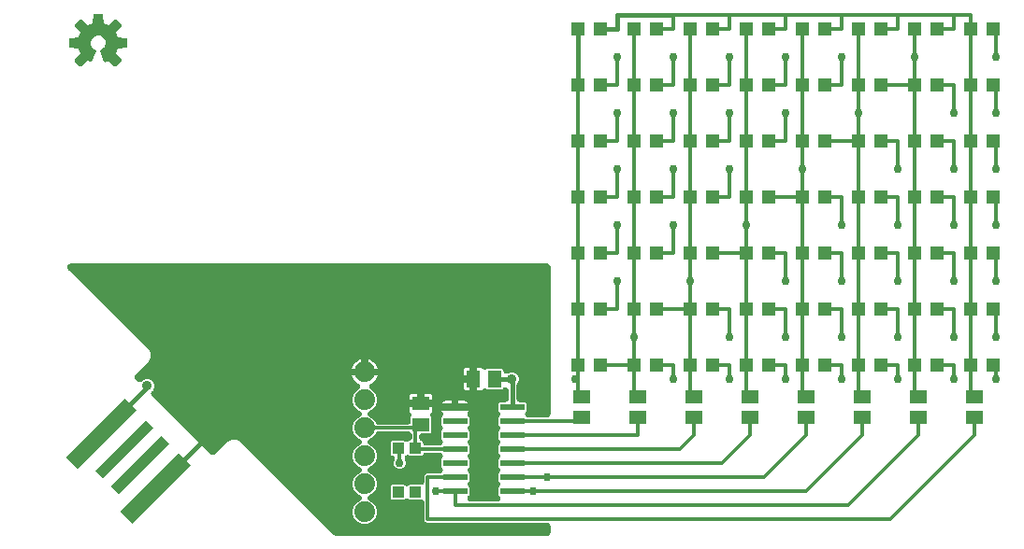
<source format=gbr>
G04 EAGLE Gerber RS-274X export*
G75*
%MOMM*%
%FSLAX34Y34*%
%LPD*%
%INTop Copper*%
%IPPOS*%
%AMOC8*
5,1,8,0,0,1.08239X$1,22.5*%
G01*
%ADD10R,1.300000X1.500000*%
%ADD11R,7.500000X1.500000*%
%ADD12R,6.500000X1.000000*%
%ADD13R,1.200000X1.200000*%
%ADD14R,1.500000X1.300000*%
%ADD15C,0.609600*%
%ADD16R,2.209800X0.609600*%
%ADD17C,1.879600*%
%ADD18R,1.000000X1.000000*%
%ADD19C,0.304800*%
%ADD20C,0.756400*%
%ADD21C,0.406400*%
%ADD22C,0.906400*%

G36*
X457276Y10167D02*
X457276Y10167D01*
X457352Y10165D01*
X457521Y10187D01*
X457692Y10201D01*
X457766Y10219D01*
X457841Y10229D01*
X458005Y10278D01*
X458171Y10319D01*
X458240Y10349D01*
X458314Y10371D01*
X458467Y10447D01*
X458624Y10514D01*
X458688Y10555D01*
X458757Y10588D01*
X458896Y10687D01*
X459040Y10779D01*
X459097Y10830D01*
X459159Y10874D01*
X459280Y10994D01*
X459408Y11108D01*
X459456Y11167D01*
X459510Y11221D01*
X459611Y11359D01*
X459718Y11492D01*
X459755Y11558D01*
X459800Y11619D01*
X459877Y11772D01*
X459962Y11920D01*
X459988Y11992D01*
X460023Y12060D01*
X460074Y12223D01*
X460133Y12383D01*
X460148Y12458D01*
X460171Y12530D01*
X460183Y12635D01*
X460228Y12867D01*
X460235Y13103D01*
X460247Y13208D01*
X460247Y19304D01*
X460241Y19380D01*
X460243Y19455D01*
X460243Y19456D01*
X460221Y19625D01*
X460207Y19796D01*
X460189Y19870D01*
X460179Y19945D01*
X460130Y20109D01*
X460089Y20275D01*
X460059Y20344D01*
X460037Y20418D01*
X459961Y20571D01*
X459894Y20728D01*
X459853Y20792D01*
X459820Y20861D01*
X459721Y21000D01*
X459629Y21144D01*
X459578Y21201D01*
X459534Y21263D01*
X459414Y21384D01*
X459300Y21512D01*
X459241Y21560D01*
X459187Y21614D01*
X459049Y21715D01*
X458916Y21822D01*
X458850Y21859D01*
X458789Y21904D01*
X458636Y21981D01*
X458488Y22066D01*
X458416Y22092D01*
X458348Y22127D01*
X458185Y22178D01*
X458025Y22237D01*
X457950Y22252D01*
X457878Y22275D01*
X457773Y22287D01*
X457541Y22332D01*
X457305Y22339D01*
X457200Y22351D01*
X348644Y22351D01*
X347523Y22815D01*
X346665Y23673D01*
X346201Y24794D01*
X346201Y40278D01*
X346195Y40354D01*
X346197Y40430D01*
X346175Y40599D01*
X346161Y40770D01*
X346143Y40844D01*
X346133Y40919D01*
X346084Y41083D01*
X346043Y41249D01*
X346013Y41318D01*
X345991Y41392D01*
X345915Y41545D01*
X345848Y41702D01*
X345807Y41766D01*
X345774Y41835D01*
X345675Y41974D01*
X345583Y42118D01*
X345532Y42175D01*
X345488Y42237D01*
X345368Y42358D01*
X345254Y42486D01*
X345195Y42534D01*
X345141Y42588D01*
X345003Y42689D01*
X344870Y42796D01*
X344804Y42833D01*
X344743Y42878D01*
X344590Y42955D01*
X344442Y43040D01*
X344370Y43066D01*
X344302Y43101D01*
X344139Y43152D01*
X343979Y43211D01*
X343904Y43226D01*
X343832Y43249D01*
X343727Y43261D01*
X343495Y43306D01*
X343259Y43313D01*
X343154Y43325D01*
X332568Y43325D01*
X332355Y43539D01*
X332297Y43588D01*
X332245Y43644D01*
X332109Y43748D01*
X331979Y43858D01*
X331914Y43898D01*
X331853Y43944D01*
X331703Y44025D01*
X331556Y44113D01*
X331485Y44141D01*
X331418Y44177D01*
X331257Y44233D01*
X331098Y44296D01*
X331024Y44313D01*
X330952Y44337D01*
X330783Y44366D01*
X330617Y44403D01*
X330540Y44407D01*
X330465Y44420D01*
X330295Y44421D01*
X330124Y44431D01*
X330048Y44422D01*
X329972Y44423D01*
X329803Y44396D01*
X329633Y44378D01*
X329560Y44358D01*
X329485Y44346D01*
X329322Y44293D01*
X329158Y44248D01*
X329089Y44216D01*
X329016Y44192D01*
X328864Y44113D01*
X328709Y44042D01*
X328646Y43999D01*
X328578Y43964D01*
X328496Y43899D01*
X328300Y43767D01*
X328128Y43605D01*
X328045Y43539D01*
X327832Y43325D01*
X316568Y43325D01*
X315675Y44218D01*
X315675Y55482D01*
X316568Y56375D01*
X327832Y56375D01*
X328045Y56161D01*
X328103Y56112D01*
X328156Y56056D01*
X328291Y55952D01*
X328421Y55842D01*
X328487Y55802D01*
X328547Y55756D01*
X328697Y55675D01*
X328844Y55587D01*
X328915Y55559D01*
X328982Y55523D01*
X329143Y55467D01*
X329302Y55404D01*
X329376Y55387D01*
X329448Y55363D01*
X329617Y55334D01*
X329784Y55297D01*
X329860Y55293D01*
X329935Y55280D01*
X330106Y55279D01*
X330276Y55269D01*
X330352Y55278D01*
X330428Y55277D01*
X330597Y55304D01*
X330767Y55322D01*
X330840Y55342D01*
X330915Y55354D01*
X331078Y55407D01*
X331242Y55452D01*
X331312Y55484D01*
X331384Y55508D01*
X331535Y55587D01*
X331691Y55658D01*
X331754Y55701D01*
X331822Y55736D01*
X331904Y55801D01*
X332100Y55933D01*
X332273Y56095D01*
X332355Y56161D01*
X332568Y56375D01*
X343154Y56375D01*
X343230Y56381D01*
X343306Y56379D01*
X343475Y56401D01*
X343646Y56415D01*
X343720Y56433D01*
X343795Y56443D01*
X343959Y56492D01*
X344125Y56533D01*
X344194Y56563D01*
X344268Y56585D01*
X344421Y56661D01*
X344578Y56728D01*
X344642Y56769D01*
X344711Y56802D01*
X344850Y56901D01*
X344994Y56993D01*
X345051Y57044D01*
X345113Y57088D01*
X345234Y57208D01*
X345362Y57322D01*
X345410Y57381D01*
X345464Y57435D01*
X345565Y57573D01*
X345672Y57706D01*
X345709Y57772D01*
X345754Y57833D01*
X345831Y57986D01*
X345916Y58134D01*
X345942Y58206D01*
X345977Y58274D01*
X346028Y58437D01*
X346087Y58597D01*
X346102Y58672D01*
X346125Y58744D01*
X346137Y58849D01*
X346182Y59081D01*
X346189Y59317D01*
X346201Y59422D01*
X346201Y64106D01*
X346665Y65227D01*
X347523Y66085D01*
X348644Y66549D01*
X359548Y66549D01*
X359662Y66558D01*
X359776Y66557D01*
X359908Y66578D01*
X360040Y66589D01*
X360151Y66616D01*
X360264Y66634D01*
X360390Y66675D01*
X360519Y66707D01*
X360624Y66752D01*
X360732Y66788D01*
X360850Y66850D01*
X360972Y66902D01*
X361068Y66963D01*
X361170Y67016D01*
X361243Y67075D01*
X361388Y67167D01*
X361630Y67383D01*
X361703Y67441D01*
X361957Y67695D01*
X362006Y67753D01*
X362062Y67806D01*
X362166Y67941D01*
X362276Y68071D01*
X362316Y68137D01*
X362362Y68197D01*
X362443Y68347D01*
X362531Y68494D01*
X362559Y68565D01*
X362595Y68632D01*
X362651Y68793D01*
X362714Y68952D01*
X362731Y69026D01*
X362755Y69098D01*
X362784Y69267D01*
X362821Y69434D01*
X362825Y69510D01*
X362838Y69585D01*
X362839Y69756D01*
X362849Y69926D01*
X362840Y70002D01*
X362841Y70078D01*
X362814Y70247D01*
X362796Y70417D01*
X362776Y70490D01*
X362764Y70565D01*
X362711Y70728D01*
X362666Y70892D01*
X362634Y70962D01*
X362610Y71034D01*
X362531Y71185D01*
X362460Y71341D01*
X362417Y71404D01*
X362382Y71472D01*
X362317Y71554D01*
X362185Y71750D01*
X362023Y71922D01*
X361957Y72005D01*
X361441Y72520D01*
X361441Y79880D01*
X361957Y80395D01*
X362006Y80453D01*
X362062Y80506D01*
X362166Y80641D01*
X362276Y80771D01*
X362316Y80837D01*
X362362Y80897D01*
X362443Y81047D01*
X362531Y81194D01*
X362559Y81265D01*
X362595Y81332D01*
X362651Y81493D01*
X362714Y81652D01*
X362731Y81726D01*
X362755Y81799D01*
X362784Y81967D01*
X362821Y82134D01*
X362825Y82210D01*
X362838Y82285D01*
X362839Y82455D01*
X362849Y82626D01*
X362840Y82702D01*
X362841Y82778D01*
X362814Y82947D01*
X362796Y83117D01*
X362776Y83190D01*
X362764Y83266D01*
X362711Y83428D01*
X362666Y83592D01*
X362634Y83662D01*
X362610Y83734D01*
X362531Y83886D01*
X362460Y84041D01*
X362417Y84104D01*
X362382Y84172D01*
X362316Y84254D01*
X362185Y84450D01*
X362023Y84622D01*
X361957Y84705D01*
X361703Y84959D01*
X361616Y85033D01*
X361536Y85114D01*
X361428Y85192D01*
X361327Y85278D01*
X361229Y85337D01*
X361137Y85404D01*
X361018Y85464D01*
X360904Y85533D01*
X360798Y85575D01*
X360696Y85627D01*
X360570Y85667D01*
X360446Y85716D01*
X360335Y85741D01*
X360226Y85775D01*
X360132Y85785D01*
X359965Y85823D01*
X359641Y85841D01*
X359548Y85851D01*
X347620Y85851D01*
X347506Y85842D01*
X347392Y85843D01*
X347260Y85822D01*
X347128Y85811D01*
X347017Y85784D01*
X346904Y85766D01*
X346778Y85725D01*
X346649Y85693D01*
X346544Y85648D01*
X346436Y85612D01*
X346318Y85550D01*
X346196Y85498D01*
X346100Y85437D01*
X345998Y85384D01*
X345925Y85325D01*
X345780Y85233D01*
X345538Y85017D01*
X345465Y84959D01*
X343832Y83325D01*
X332132Y83325D01*
X332126Y83327D01*
X332029Y83366D01*
X331889Y83397D01*
X331752Y83437D01*
X331649Y83450D01*
X331547Y83473D01*
X331404Y83481D01*
X331263Y83498D01*
X331159Y83494D01*
X331054Y83500D01*
X330912Y83485D01*
X330770Y83480D01*
X330668Y83459D01*
X330564Y83448D01*
X330426Y83410D01*
X330286Y83382D01*
X330189Y83345D01*
X330088Y83318D01*
X329958Y83258D01*
X329825Y83208D01*
X329735Y83155D01*
X329640Y83112D01*
X329521Y83032D01*
X329398Y82961D01*
X329317Y82895D01*
X329230Y82837D01*
X329126Y82739D01*
X329016Y82649D01*
X328947Y82570D01*
X328871Y82499D01*
X328784Y82386D01*
X328690Y82279D01*
X328634Y82190D01*
X328570Y82107D01*
X328503Y81982D01*
X328427Y81861D01*
X328387Y81765D01*
X328337Y81673D01*
X328291Y81538D01*
X328236Y81406D01*
X328211Y81305D01*
X328177Y81206D01*
X328153Y81065D01*
X328120Y80927D01*
X328112Y80823D01*
X328095Y80720D01*
X328094Y80577D01*
X328083Y80435D01*
X328092Y80331D01*
X328091Y80226D01*
X328114Y80085D01*
X328126Y79943D01*
X328148Y79868D01*
X328168Y79739D01*
X328304Y79326D01*
X328315Y79288D01*
X329157Y77256D01*
X329157Y75144D01*
X328349Y73194D01*
X326856Y71701D01*
X324906Y70893D01*
X322794Y70893D01*
X320844Y71701D01*
X319351Y73194D01*
X318543Y75144D01*
X318543Y77256D01*
X319312Y79112D01*
X319367Y79284D01*
X319430Y79453D01*
X319443Y79518D01*
X319463Y79581D01*
X319490Y79760D01*
X319525Y79937D01*
X319527Y80003D01*
X319537Y80069D01*
X319535Y80250D01*
X319540Y80430D01*
X319532Y80496D01*
X319531Y80563D01*
X319499Y80740D01*
X319476Y80919D01*
X319457Y80983D01*
X319445Y81048D01*
X319386Y81218D01*
X319333Y81392D01*
X319304Y81451D01*
X319282Y81514D01*
X319196Y81673D01*
X319117Y81835D01*
X319078Y81889D01*
X319046Y81947D01*
X318935Y82090D01*
X318831Y82237D01*
X318784Y82284D01*
X318743Y82337D01*
X318611Y82460D01*
X318484Y82588D01*
X318431Y82627D01*
X318382Y82672D01*
X318231Y82772D01*
X318086Y82878D01*
X318026Y82908D01*
X317971Y82945D01*
X317806Y83019D01*
X317645Y83101D01*
X317582Y83121D01*
X317521Y83148D01*
X317347Y83195D01*
X317175Y83249D01*
X317122Y83255D01*
X317045Y83276D01*
X316571Y83323D01*
X315675Y84218D01*
X315675Y95482D01*
X316568Y96375D01*
X327832Y96375D01*
X328045Y96161D01*
X328103Y96112D01*
X328155Y96056D01*
X328291Y95952D01*
X328421Y95842D01*
X328486Y95802D01*
X328547Y95756D01*
X328697Y95675D01*
X328844Y95587D01*
X328915Y95559D01*
X328982Y95523D01*
X329143Y95467D01*
X329302Y95404D01*
X329376Y95387D01*
X329448Y95363D01*
X329617Y95334D01*
X329783Y95297D01*
X329860Y95293D01*
X329935Y95280D01*
X330105Y95279D01*
X330276Y95269D01*
X330352Y95278D01*
X330428Y95277D01*
X330597Y95304D01*
X330767Y95322D01*
X330840Y95342D01*
X330915Y95354D01*
X331078Y95407D01*
X331242Y95452D01*
X331311Y95484D01*
X331384Y95508D01*
X331536Y95587D01*
X331691Y95658D01*
X331754Y95701D01*
X331822Y95736D01*
X331904Y95801D01*
X332100Y95933D01*
X332272Y96095D01*
X332355Y96161D01*
X332612Y96419D01*
X332670Y96433D01*
X332745Y96443D01*
X332909Y96492D01*
X333075Y96533D01*
X333144Y96563D01*
X333218Y96585D01*
X333371Y96661D01*
X333528Y96728D01*
X333592Y96769D01*
X333661Y96802D01*
X333800Y96901D01*
X333944Y96993D01*
X334001Y97044D01*
X334063Y97088D01*
X334184Y97208D01*
X334312Y97322D01*
X334360Y97381D01*
X334414Y97435D01*
X334515Y97573D01*
X334622Y97706D01*
X334659Y97772D01*
X334704Y97833D01*
X334781Y97986D01*
X334866Y98134D01*
X334892Y98206D01*
X334927Y98274D01*
X334978Y98437D01*
X335037Y98597D01*
X335052Y98672D01*
X335075Y98744D01*
X335087Y98849D01*
X335132Y99081D01*
X335139Y99317D01*
X335151Y99422D01*
X335151Y101480D01*
X335142Y101594D01*
X335143Y101708D01*
X335122Y101840D01*
X335111Y101972D01*
X335084Y102083D01*
X335066Y102196D01*
X335025Y102322D01*
X334993Y102451D01*
X334948Y102556D01*
X334912Y102664D01*
X334850Y102782D01*
X334798Y102904D01*
X334737Y103000D01*
X334684Y103102D01*
X334625Y103175D01*
X334533Y103320D01*
X334344Y103532D01*
X334340Y103537D01*
X334329Y103548D01*
X334317Y103562D01*
X334259Y103635D01*
X333885Y104009D01*
X333798Y104083D01*
X333718Y104164D01*
X333610Y104242D01*
X333509Y104328D01*
X333411Y104387D01*
X333319Y104454D01*
X333200Y104514D01*
X333086Y104583D01*
X332980Y104625D01*
X332878Y104677D01*
X332752Y104717D01*
X332628Y104766D01*
X332517Y104791D01*
X332408Y104825D01*
X332314Y104835D01*
X332147Y104873D01*
X331822Y104891D01*
X331730Y104901D01*
X304696Y104901D01*
X304478Y104884D01*
X304260Y104870D01*
X304233Y104864D01*
X304204Y104861D01*
X303992Y104809D01*
X303779Y104760D01*
X303753Y104749D01*
X303725Y104743D01*
X303525Y104657D01*
X303322Y104574D01*
X303298Y104559D01*
X303272Y104548D01*
X303088Y104431D01*
X302902Y104317D01*
X302880Y104298D01*
X302856Y104283D01*
X302693Y104137D01*
X302528Y103995D01*
X302509Y103973D01*
X302488Y103954D01*
X302351Y103784D01*
X302211Y103617D01*
X302199Y103597D01*
X302178Y103570D01*
X301934Y103142D01*
X301906Y103066D01*
X301881Y103020D01*
X301360Y101763D01*
X298287Y98690D01*
X296779Y98065D01*
X296745Y98048D01*
X296709Y98035D01*
X296526Y97936D01*
X296340Y97840D01*
X296309Y97818D01*
X296275Y97799D01*
X296110Y97671D01*
X295943Y97547D01*
X295916Y97520D01*
X295886Y97497D01*
X295744Y97343D01*
X295598Y97194D01*
X295576Y97163D01*
X295550Y97135D01*
X295435Y96961D01*
X295315Y96790D01*
X295299Y96756D01*
X295278Y96724D01*
X295192Y96533D01*
X295101Y96346D01*
X295090Y96309D01*
X295075Y96274D01*
X295021Y96073D01*
X294962Y95872D01*
X294957Y95834D01*
X294947Y95798D01*
X294926Y95590D01*
X294900Y95383D01*
X294902Y95345D01*
X294898Y95307D01*
X294911Y95098D01*
X294919Y94890D01*
X294926Y94852D01*
X294929Y94814D01*
X294975Y94611D01*
X295017Y94406D01*
X295030Y94371D01*
X295039Y94333D01*
X295117Y94140D01*
X295191Y93945D01*
X295210Y93912D01*
X295225Y93877D01*
X295334Y93698D01*
X295438Y93518D01*
X295462Y93488D01*
X295482Y93456D01*
X295618Y93297D01*
X295750Y93136D01*
X295779Y93111D01*
X295804Y93082D01*
X295963Y92948D01*
X296120Y92809D01*
X296153Y92789D01*
X296182Y92765D01*
X296263Y92720D01*
X296538Y92547D01*
X296697Y92480D01*
X296779Y92435D01*
X298287Y91810D01*
X301360Y88737D01*
X303023Y84723D01*
X303023Y80377D01*
X301360Y76363D01*
X298287Y73290D01*
X296779Y72665D01*
X296745Y72648D01*
X296709Y72635D01*
X296525Y72535D01*
X296340Y72440D01*
X296309Y72418D01*
X296275Y72399D01*
X296111Y72271D01*
X295943Y72147D01*
X295916Y72120D01*
X295886Y72097D01*
X295744Y71943D01*
X295598Y71794D01*
X295576Y71763D01*
X295550Y71735D01*
X295435Y71561D01*
X295315Y71390D01*
X295299Y71356D01*
X295278Y71324D01*
X295192Y71133D01*
X295101Y70945D01*
X295091Y70909D01*
X295075Y70874D01*
X295021Y70672D01*
X294962Y70472D01*
X294957Y70434D01*
X294947Y70398D01*
X294926Y70190D01*
X294900Y69983D01*
X294902Y69945D01*
X294898Y69907D01*
X294911Y69698D01*
X294919Y69490D01*
X294926Y69452D01*
X294929Y69414D01*
X294975Y69211D01*
X295017Y69006D01*
X295030Y68971D01*
X295039Y68933D01*
X295117Y68740D01*
X295191Y68545D01*
X295210Y68512D01*
X295225Y68476D01*
X295333Y68299D01*
X295438Y68118D01*
X295462Y68088D01*
X295482Y68056D01*
X295618Y67897D01*
X295750Y67736D01*
X295779Y67710D01*
X295804Y67682D01*
X295964Y67547D01*
X296120Y67409D01*
X296152Y67389D01*
X296182Y67365D01*
X296263Y67320D01*
X296538Y67147D01*
X296696Y67080D01*
X296779Y67035D01*
X298287Y66410D01*
X301360Y63337D01*
X303023Y59323D01*
X303023Y54977D01*
X301360Y50963D01*
X298287Y47890D01*
X296779Y47265D01*
X296745Y47248D01*
X296709Y47235D01*
X296526Y47136D01*
X296340Y47040D01*
X296309Y47018D01*
X296276Y46999D01*
X296111Y46871D01*
X295943Y46747D01*
X295916Y46720D01*
X295886Y46697D01*
X295744Y46544D01*
X295598Y46394D01*
X295576Y46363D01*
X295550Y46335D01*
X295435Y46161D01*
X295315Y45990D01*
X295299Y45956D01*
X295278Y45924D01*
X295192Y45734D01*
X295101Y45546D01*
X295090Y45509D01*
X295075Y45474D01*
X295021Y45273D01*
X294962Y45072D01*
X294957Y45034D01*
X294947Y44998D01*
X294926Y44790D01*
X294900Y44583D01*
X294902Y44545D01*
X294898Y44507D01*
X294911Y44298D01*
X294919Y44090D01*
X294926Y44053D01*
X294929Y44014D01*
X294975Y43811D01*
X295017Y43606D01*
X295030Y43570D01*
X295039Y43533D01*
X295117Y43340D01*
X295191Y43145D01*
X295210Y43112D01*
X295225Y43077D01*
X295333Y42899D01*
X295438Y42718D01*
X295462Y42688D01*
X295482Y42656D01*
X295618Y42498D01*
X295750Y42336D01*
X295779Y42311D01*
X295804Y42282D01*
X295964Y42147D01*
X296120Y42009D01*
X296152Y41989D01*
X296182Y41965D01*
X296263Y41920D01*
X296538Y41747D01*
X296696Y41680D01*
X296779Y41635D01*
X298287Y41010D01*
X301360Y37937D01*
X303023Y33923D01*
X303023Y29577D01*
X301360Y25563D01*
X298287Y22490D01*
X294273Y20827D01*
X289927Y20827D01*
X285913Y22490D01*
X282840Y25563D01*
X281177Y29577D01*
X281177Y33923D01*
X282840Y37937D01*
X285913Y41010D01*
X287421Y41635D01*
X287455Y41652D01*
X287491Y41665D01*
X287675Y41765D01*
X287860Y41860D01*
X287891Y41882D01*
X287925Y41901D01*
X288089Y42029D01*
X288257Y42153D01*
X288284Y42180D01*
X288314Y42203D01*
X288456Y42357D01*
X288602Y42506D01*
X288624Y42537D01*
X288650Y42565D01*
X288765Y42739D01*
X288885Y42910D01*
X288901Y42944D01*
X288922Y42976D01*
X289008Y43167D01*
X289099Y43355D01*
X289109Y43391D01*
X289125Y43426D01*
X289179Y43628D01*
X289238Y43828D01*
X289243Y43866D01*
X289253Y43902D01*
X289274Y44110D01*
X289300Y44317D01*
X289298Y44355D01*
X289302Y44393D01*
X289289Y44602D01*
X289281Y44810D01*
X289274Y44848D01*
X289271Y44886D01*
X289225Y45089D01*
X289183Y45294D01*
X289170Y45329D01*
X289161Y45367D01*
X289083Y45560D01*
X289009Y45755D01*
X288990Y45788D01*
X288975Y45824D01*
X288867Y46001D01*
X288762Y46182D01*
X288738Y46212D01*
X288718Y46244D01*
X288582Y46403D01*
X288450Y46564D01*
X288421Y46590D01*
X288396Y46618D01*
X288236Y46753D01*
X288080Y46891D01*
X288048Y46911D01*
X288018Y46935D01*
X287937Y46980D01*
X287662Y47153D01*
X287504Y47220D01*
X287421Y47265D01*
X285913Y47890D01*
X282840Y50963D01*
X281177Y54977D01*
X281177Y59323D01*
X282840Y63337D01*
X285913Y66410D01*
X287421Y67035D01*
X287455Y67052D01*
X287491Y67065D01*
X287674Y67164D01*
X287860Y67260D01*
X287891Y67282D01*
X287924Y67301D01*
X288089Y67429D01*
X288257Y67553D01*
X288284Y67580D01*
X288314Y67603D01*
X288456Y67756D01*
X288602Y67906D01*
X288624Y67937D01*
X288650Y67965D01*
X288765Y68139D01*
X288885Y68310D01*
X288901Y68344D01*
X288922Y68376D01*
X289008Y68566D01*
X289099Y68754D01*
X289110Y68791D01*
X289125Y68826D01*
X289179Y69027D01*
X289238Y69228D01*
X289243Y69266D01*
X289253Y69302D01*
X289274Y69510D01*
X289300Y69717D01*
X289298Y69755D01*
X289302Y69793D01*
X289289Y70002D01*
X289281Y70210D01*
X289274Y70247D01*
X289271Y70286D01*
X289225Y70489D01*
X289183Y70694D01*
X289170Y70730D01*
X289161Y70767D01*
X289083Y70959D01*
X289009Y71155D01*
X288990Y71188D01*
X288975Y71223D01*
X288867Y71401D01*
X288762Y71582D01*
X288738Y71612D01*
X288718Y71644D01*
X288582Y71802D01*
X288450Y71964D01*
X288421Y71989D01*
X288396Y72018D01*
X288236Y72153D01*
X288080Y72291D01*
X288048Y72311D01*
X288018Y72335D01*
X287937Y72380D01*
X287662Y72553D01*
X287504Y72620D01*
X287421Y72665D01*
X285913Y73290D01*
X282840Y76363D01*
X281177Y80377D01*
X281177Y84723D01*
X282840Y88737D01*
X285913Y91810D01*
X287421Y92435D01*
X287455Y92452D01*
X287491Y92465D01*
X287675Y92565D01*
X287860Y92660D01*
X287891Y92682D01*
X287925Y92701D01*
X288089Y92829D01*
X288257Y92953D01*
X288284Y92980D01*
X288314Y93003D01*
X288456Y93157D01*
X288602Y93306D01*
X288624Y93337D01*
X288650Y93365D01*
X288765Y93539D01*
X288885Y93710D01*
X288901Y93744D01*
X288922Y93776D01*
X289008Y93966D01*
X289099Y94155D01*
X289110Y94191D01*
X289125Y94226D01*
X289179Y94428D01*
X289238Y94628D01*
X289243Y94665D01*
X289253Y94702D01*
X289274Y94911D01*
X289300Y95117D01*
X289298Y95155D01*
X289302Y95193D01*
X289289Y95402D01*
X289281Y95610D01*
X289274Y95648D01*
X289271Y95686D01*
X289225Y95889D01*
X289183Y96094D01*
X289170Y96129D01*
X289161Y96167D01*
X289083Y96360D01*
X289009Y96555D01*
X288990Y96588D01*
X288975Y96624D01*
X288866Y96802D01*
X288762Y96982D01*
X288738Y97012D01*
X288718Y97044D01*
X288582Y97203D01*
X288450Y97364D01*
X288421Y97390D01*
X288396Y97418D01*
X288236Y97553D01*
X288080Y97691D01*
X288047Y97711D01*
X288018Y97735D01*
X287937Y97780D01*
X287662Y97953D01*
X287504Y98020D01*
X287421Y98065D01*
X285913Y98690D01*
X282840Y101763D01*
X281177Y105777D01*
X281177Y110123D01*
X282840Y114137D01*
X285913Y117210D01*
X287421Y117835D01*
X287455Y117852D01*
X287491Y117865D01*
X287674Y117964D01*
X287860Y118060D01*
X287891Y118082D01*
X287924Y118101D01*
X288089Y118229D01*
X288257Y118353D01*
X288284Y118380D01*
X288314Y118403D01*
X288456Y118556D01*
X288602Y118706D01*
X288624Y118737D01*
X288650Y118765D01*
X288765Y118939D01*
X288885Y119110D01*
X288901Y119144D01*
X288922Y119176D01*
X289008Y119366D01*
X289099Y119554D01*
X289110Y119591D01*
X289125Y119626D01*
X289179Y119827D01*
X289238Y120028D01*
X289243Y120066D01*
X289253Y120102D01*
X289274Y120310D01*
X289300Y120517D01*
X289298Y120555D01*
X289302Y120593D01*
X289289Y120802D01*
X289281Y121010D01*
X289274Y121047D01*
X289271Y121086D01*
X289225Y121289D01*
X289183Y121494D01*
X289170Y121530D01*
X289161Y121567D01*
X289083Y121759D01*
X289009Y121955D01*
X288990Y121988D01*
X288975Y122023D01*
X288867Y122201D01*
X288762Y122382D01*
X288738Y122412D01*
X288718Y122444D01*
X288582Y122602D01*
X288450Y122764D01*
X288421Y122789D01*
X288396Y122818D01*
X288236Y122953D01*
X288080Y123091D01*
X288048Y123111D01*
X288018Y123135D01*
X287937Y123180D01*
X287662Y123353D01*
X287504Y123420D01*
X287421Y123465D01*
X285913Y124090D01*
X282840Y127163D01*
X281177Y131177D01*
X281177Y135523D01*
X282840Y139537D01*
X285913Y142610D01*
X286186Y142723D01*
X286333Y142798D01*
X286484Y142866D01*
X286552Y142911D01*
X286625Y142948D01*
X286758Y143046D01*
X286896Y143137D01*
X286956Y143193D01*
X287022Y143241D01*
X287137Y143359D01*
X287259Y143471D01*
X287309Y143536D01*
X287366Y143594D01*
X287461Y143730D01*
X287563Y143860D01*
X287603Y143931D01*
X287649Y143998D01*
X287721Y144148D01*
X287801Y144292D01*
X287828Y144369D01*
X287863Y144443D01*
X287910Y144601D01*
X287965Y144757D01*
X287980Y144838D01*
X288003Y144916D01*
X288024Y145080D01*
X288053Y145243D01*
X288054Y145324D01*
X288064Y145406D01*
X288058Y145571D01*
X288061Y145736D01*
X288049Y145817D01*
X288046Y145899D01*
X288013Y146061D01*
X287989Y146224D01*
X287964Y146302D01*
X287948Y146382D01*
X287890Y146536D01*
X287839Y146694D01*
X287802Y146767D01*
X287774Y146844D01*
X287691Y146987D01*
X287616Y147134D01*
X287568Y147200D01*
X287527Y147271D01*
X287422Y147398D01*
X287324Y147532D01*
X287266Y147589D01*
X287214Y147653D01*
X287091Y147762D01*
X286972Y147878D01*
X286919Y147913D01*
X286844Y147979D01*
X286427Y148241D01*
X286413Y148247D01*
X286403Y148253D01*
X285843Y148539D01*
X284322Y149644D01*
X282994Y150972D01*
X281889Y152493D01*
X281036Y154167D01*
X280537Y155703D01*
X292100Y155703D01*
X303663Y155703D01*
X303164Y154167D01*
X302311Y152493D01*
X301206Y150972D01*
X299878Y149644D01*
X298357Y148539D01*
X297797Y148253D01*
X297656Y148167D01*
X297511Y148088D01*
X297446Y148038D01*
X297377Y147995D01*
X297251Y147886D01*
X297121Y147785D01*
X297066Y147725D01*
X297004Y147672D01*
X296898Y147544D01*
X296786Y147423D01*
X296741Y147355D01*
X296688Y147292D01*
X296604Y147150D01*
X296513Y147012D01*
X296479Y146938D01*
X296438Y146867D01*
X296378Y146713D01*
X296310Y146562D01*
X296289Y146484D01*
X296259Y146407D01*
X296225Y146245D01*
X296182Y146086D01*
X296174Y146005D01*
X296157Y145925D01*
X296150Y145759D01*
X296133Y145595D01*
X296138Y145514D01*
X296135Y145432D01*
X296154Y145267D01*
X296164Y145103D01*
X296182Y145023D01*
X296192Y144942D01*
X296237Y144783D01*
X296274Y144622D01*
X296305Y144546D01*
X296327Y144468D01*
X296398Y144318D01*
X296460Y144165D01*
X296503Y144095D01*
X296537Y144021D01*
X296631Y143885D01*
X296717Y143744D01*
X296770Y143682D01*
X296817Y143615D01*
X296931Y143495D01*
X297039Y143370D01*
X297102Y143317D01*
X297158Y143259D01*
X297290Y143159D01*
X297417Y143053D01*
X297473Y143022D01*
X297553Y142962D01*
X297990Y142733D01*
X298004Y142728D01*
X298014Y142723D01*
X298287Y142610D01*
X301360Y139537D01*
X303023Y135523D01*
X303023Y131177D01*
X301360Y127163D01*
X298287Y124090D01*
X296779Y123465D01*
X296745Y123448D01*
X296709Y123435D01*
X296525Y123335D01*
X296340Y123240D01*
X296309Y123218D01*
X296275Y123199D01*
X296111Y123071D01*
X295943Y122947D01*
X295916Y122920D01*
X295886Y122897D01*
X295744Y122743D01*
X295598Y122594D01*
X295576Y122563D01*
X295550Y122535D01*
X295435Y122361D01*
X295315Y122190D01*
X295299Y122156D01*
X295278Y122124D01*
X295192Y121933D01*
X295101Y121745D01*
X295091Y121709D01*
X295075Y121674D01*
X295021Y121472D01*
X294962Y121272D01*
X294957Y121234D01*
X294947Y121198D01*
X294926Y120990D01*
X294900Y120783D01*
X294902Y120745D01*
X294898Y120707D01*
X294911Y120498D01*
X294919Y120290D01*
X294926Y120252D01*
X294929Y120214D01*
X294975Y120011D01*
X295017Y119806D01*
X295030Y119771D01*
X295039Y119733D01*
X295117Y119540D01*
X295191Y119345D01*
X295210Y119312D01*
X295225Y119276D01*
X295333Y119099D01*
X295438Y118918D01*
X295462Y118888D01*
X295482Y118856D01*
X295618Y118697D01*
X295750Y118536D01*
X295779Y118510D01*
X295804Y118482D01*
X295964Y118347D01*
X296120Y118209D01*
X296152Y118189D01*
X296182Y118165D01*
X296263Y118120D01*
X296538Y117947D01*
X296696Y117880D01*
X296779Y117835D01*
X298287Y117210D01*
X301360Y114137D01*
X301881Y112880D01*
X301980Y112686D01*
X302076Y112489D01*
X302093Y112466D01*
X302106Y112441D01*
X302235Y112265D01*
X302362Y112087D01*
X302382Y112067D01*
X302399Y112044D01*
X302555Y111891D01*
X302708Y111736D01*
X302731Y111719D01*
X302752Y111699D01*
X302931Y111574D01*
X303107Y111446D01*
X303133Y111433D01*
X303156Y111416D01*
X303353Y111321D01*
X303548Y111223D01*
X303575Y111215D01*
X303600Y111202D01*
X303810Y111141D01*
X304018Y111075D01*
X304042Y111072D01*
X304074Y111063D01*
X304563Y111002D01*
X304643Y111005D01*
X304696Y110999D01*
X330828Y110999D01*
X330904Y111005D01*
X330980Y111003D01*
X331149Y111025D01*
X331320Y111039D01*
X331394Y111057D01*
X331469Y111067D01*
X331633Y111116D01*
X331799Y111157D01*
X331868Y111187D01*
X331942Y111209D01*
X332095Y111285D01*
X332252Y111352D01*
X332316Y111393D01*
X332385Y111426D01*
X332524Y111525D01*
X332668Y111617D01*
X332725Y111668D01*
X332787Y111712D01*
X332908Y111832D01*
X333036Y111946D01*
X333084Y112005D01*
X333138Y112059D01*
X333239Y112197D01*
X333346Y112330D01*
X333383Y112396D01*
X333428Y112457D01*
X333505Y112610D01*
X333590Y112758D01*
X333616Y112830D01*
X333651Y112898D01*
X333702Y113061D01*
X333761Y113221D01*
X333776Y113296D01*
X333799Y113368D01*
X333811Y113473D01*
X333856Y113705D01*
X333863Y113941D01*
X333875Y114046D01*
X333875Y118460D01*
X333945Y118575D01*
X333973Y118646D01*
X334009Y118713D01*
X334064Y118875D01*
X334128Y119033D01*
X334144Y119108D01*
X334169Y119180D01*
X334198Y119348D01*
X334234Y119515D01*
X334239Y119591D01*
X334252Y119666D01*
X334253Y119837D01*
X334262Y120008D01*
X334254Y120084D01*
X334255Y120160D01*
X334228Y120328D01*
X334210Y120498D01*
X334190Y120572D01*
X334178Y120647D01*
X334124Y120810D01*
X334079Y120974D01*
X334048Y121043D01*
X334024Y121116D01*
X333945Y121267D01*
X333874Y121422D01*
X333831Y121486D01*
X333796Y121553D01*
X333730Y121635D01*
X333598Y121832D01*
X333436Y122004D01*
X333370Y122086D01*
X333367Y122090D01*
X333032Y122669D01*
X332859Y123315D01*
X332859Y126901D01*
X342698Y126901D01*
X342774Y126907D01*
X342850Y126905D01*
X342927Y126915D01*
X342997Y126913D01*
X343102Y126901D01*
X352941Y126901D01*
X352941Y123315D01*
X352768Y122669D01*
X352433Y122090D01*
X352430Y122086D01*
X352380Y122028D01*
X352325Y121976D01*
X352221Y121841D01*
X352110Y121711D01*
X352071Y121645D01*
X352024Y121585D01*
X351944Y121434D01*
X351855Y121288D01*
X351827Y121217D01*
X351791Y121150D01*
X351736Y120988D01*
X351672Y120830D01*
X351656Y120755D01*
X351631Y120683D01*
X351602Y120515D01*
X351566Y120348D01*
X351561Y120272D01*
X351548Y120197D01*
X351547Y120026D01*
X351538Y119856D01*
X351546Y119780D01*
X351545Y119703D01*
X351572Y119535D01*
X351590Y119365D01*
X351610Y119292D01*
X351622Y119216D01*
X351675Y119054D01*
X351721Y118889D01*
X351753Y118820D01*
X351776Y118748D01*
X351855Y118596D01*
X351925Y118445D01*
X351925Y104018D01*
X351032Y103125D01*
X344296Y103125D01*
X344220Y103119D01*
X344144Y103121D01*
X343975Y103099D01*
X343804Y103085D01*
X343730Y103067D01*
X343655Y103057D01*
X343491Y103008D01*
X343325Y102967D01*
X343256Y102937D01*
X343182Y102915D01*
X343029Y102839D01*
X342872Y102772D01*
X342808Y102731D01*
X342739Y102698D01*
X342600Y102599D01*
X342456Y102507D01*
X342399Y102456D01*
X342337Y102412D01*
X342216Y102292D01*
X342088Y102178D01*
X342040Y102119D01*
X341986Y102065D01*
X341885Y101927D01*
X341778Y101794D01*
X341741Y101728D01*
X341696Y101667D01*
X341619Y101514D01*
X341534Y101366D01*
X341508Y101294D01*
X341473Y101226D01*
X341422Y101063D01*
X341363Y100903D01*
X341348Y100828D01*
X341325Y100756D01*
X341313Y100651D01*
X341268Y100419D01*
X341261Y100183D01*
X341249Y100078D01*
X341249Y99422D01*
X341255Y99346D01*
X341253Y99270D01*
X341275Y99101D01*
X341289Y98930D01*
X341307Y98856D01*
X341317Y98781D01*
X341366Y98617D01*
X341407Y98451D01*
X341437Y98382D01*
X341459Y98308D01*
X341535Y98155D01*
X341602Y97998D01*
X341643Y97934D01*
X341676Y97865D01*
X341775Y97726D01*
X341867Y97582D01*
X341918Y97525D01*
X341962Y97463D01*
X342082Y97342D01*
X342196Y97214D01*
X342255Y97166D01*
X342309Y97112D01*
X342447Y97011D01*
X342580Y96904D01*
X342646Y96867D01*
X342707Y96822D01*
X342860Y96745D01*
X343008Y96660D01*
X343080Y96634D01*
X343148Y96599D01*
X343311Y96548D01*
X343471Y96489D01*
X343546Y96474D01*
X343618Y96451D01*
X343723Y96439D01*
X343778Y96429D01*
X344725Y95482D01*
X344725Y94996D01*
X344731Y94920D01*
X344729Y94844D01*
X344751Y94675D01*
X344765Y94504D01*
X344783Y94430D01*
X344793Y94355D01*
X344842Y94191D01*
X344883Y94025D01*
X344913Y93956D01*
X344935Y93882D01*
X345011Y93729D01*
X345078Y93572D01*
X345119Y93508D01*
X345152Y93439D01*
X345251Y93300D01*
X345343Y93156D01*
X345394Y93099D01*
X345438Y93037D01*
X345558Y92916D01*
X345672Y92788D01*
X345731Y92740D01*
X345785Y92686D01*
X345923Y92585D01*
X346056Y92478D01*
X346122Y92441D01*
X346183Y92396D01*
X346336Y92319D01*
X346484Y92234D01*
X346556Y92208D01*
X346624Y92173D01*
X346787Y92122D01*
X346947Y92063D01*
X347022Y92048D01*
X347094Y92025D01*
X347199Y92013D01*
X347431Y91968D01*
X347667Y91961D01*
X347772Y91949D01*
X359548Y91949D01*
X359662Y91958D01*
X359776Y91957D01*
X359908Y91978D01*
X360040Y91989D01*
X360151Y92016D01*
X360264Y92034D01*
X360390Y92075D01*
X360519Y92107D01*
X360624Y92152D01*
X360732Y92188D01*
X360850Y92250D01*
X360972Y92302D01*
X361068Y92363D01*
X361170Y92416D01*
X361243Y92475D01*
X361388Y92567D01*
X361630Y92783D01*
X361703Y92841D01*
X361957Y93095D01*
X362006Y93153D01*
X362062Y93206D01*
X362166Y93341D01*
X362276Y93471D01*
X362316Y93537D01*
X362362Y93597D01*
X362443Y93747D01*
X362531Y93894D01*
X362559Y93965D01*
X362595Y94032D01*
X362651Y94193D01*
X362714Y94352D01*
X362731Y94426D01*
X362755Y94498D01*
X362784Y94667D01*
X362821Y94834D01*
X362825Y94910D01*
X362838Y94985D01*
X362839Y95156D01*
X362849Y95326D01*
X362840Y95402D01*
X362841Y95478D01*
X362814Y95647D01*
X362796Y95817D01*
X362776Y95890D01*
X362764Y95965D01*
X362711Y96128D01*
X362666Y96292D01*
X362634Y96362D01*
X362610Y96434D01*
X362531Y96585D01*
X362460Y96741D01*
X362417Y96804D01*
X362382Y96872D01*
X362317Y96954D01*
X362185Y97150D01*
X362023Y97322D01*
X361957Y97405D01*
X361441Y97920D01*
X361441Y105280D01*
X361957Y105795D01*
X362006Y105853D01*
X362062Y105906D01*
X362166Y106041D01*
X362276Y106171D01*
X362316Y106237D01*
X362362Y106297D01*
X362443Y106447D01*
X362531Y106594D01*
X362559Y106665D01*
X362595Y106732D01*
X362651Y106893D01*
X362714Y107052D01*
X362731Y107126D01*
X362755Y107198D01*
X362784Y107367D01*
X362821Y107534D01*
X362825Y107610D01*
X362838Y107685D01*
X362839Y107856D01*
X362849Y108026D01*
X362840Y108102D01*
X362841Y108178D01*
X362814Y108347D01*
X362796Y108517D01*
X362776Y108590D01*
X362764Y108665D01*
X362711Y108828D01*
X362666Y108992D01*
X362634Y109062D01*
X362610Y109134D01*
X362531Y109285D01*
X362460Y109441D01*
X362417Y109504D01*
X362382Y109572D01*
X362317Y109654D01*
X362185Y109850D01*
X362023Y110022D01*
X361957Y110105D01*
X361441Y110620D01*
X361441Y117980D01*
X362131Y118670D01*
X362181Y118728D01*
X362236Y118780D01*
X362340Y118915D01*
X362451Y119046D01*
X362490Y119111D01*
X362537Y119171D01*
X362617Y119322D01*
X362705Y119468D01*
X362734Y119539D01*
X362770Y119606D01*
X362825Y119768D01*
X362888Y119926D01*
X362905Y120001D01*
X362930Y120073D01*
X362958Y120241D01*
X362995Y120408D01*
X363000Y120484D01*
X363012Y120559D01*
X363013Y120730D01*
X363023Y120900D01*
X363015Y120976D01*
X363015Y121052D01*
X362989Y121221D01*
X362971Y121391D01*
X362950Y121465D01*
X362939Y121540D01*
X362885Y121702D01*
X362840Y121867D01*
X362808Y121936D01*
X362784Y122008D01*
X362705Y122160D01*
X362634Y122315D01*
X362592Y122378D01*
X362557Y122446D01*
X362491Y122528D01*
X362359Y122724D01*
X362197Y122897D01*
X362131Y122979D01*
X361673Y123437D01*
X361329Y123953D01*
X374015Y123953D01*
X386701Y123953D01*
X386357Y123437D01*
X385899Y122979D01*
X385849Y122921D01*
X385794Y122869D01*
X385690Y122734D01*
X385579Y122603D01*
X385540Y122538D01*
X385494Y122477D01*
X385413Y122327D01*
X385325Y122181D01*
X385296Y122110D01*
X385260Y122043D01*
X385205Y121881D01*
X385142Y121723D01*
X385125Y121648D01*
X385100Y121576D01*
X385072Y121408D01*
X385035Y121241D01*
X385030Y121165D01*
X385018Y121090D01*
X385017Y120919D01*
X385007Y120748D01*
X385015Y120673D01*
X385015Y120596D01*
X385041Y120428D01*
X385059Y120258D01*
X385079Y120184D01*
X385091Y120109D01*
X385145Y119947D01*
X385190Y119782D01*
X385222Y119713D01*
X385246Y119640D01*
X385324Y119489D01*
X385396Y119334D01*
X385438Y119270D01*
X385473Y119203D01*
X385539Y119120D01*
X385671Y118924D01*
X385833Y118752D01*
X385899Y118670D01*
X386589Y117980D01*
X386589Y110620D01*
X386073Y110105D01*
X386024Y110047D01*
X385968Y109995D01*
X385864Y109859D01*
X385754Y109729D01*
X385714Y109664D01*
X385668Y109603D01*
X385587Y109453D01*
X385499Y109306D01*
X385471Y109236D01*
X385435Y109168D01*
X385379Y109007D01*
X385316Y108848D01*
X385299Y108774D01*
X385275Y108702D01*
X385246Y108533D01*
X385209Y108367D01*
X385205Y108290D01*
X385192Y108215D01*
X385191Y108045D01*
X385181Y107874D01*
X385190Y107798D01*
X385189Y107722D01*
X385216Y107553D01*
X385234Y107383D01*
X385254Y107310D01*
X385266Y107235D01*
X385319Y107072D01*
X385364Y106908D01*
X385396Y106839D01*
X385420Y106766D01*
X385499Y106614D01*
X385570Y106459D01*
X385613Y106396D01*
X385648Y106328D01*
X385713Y106246D01*
X385845Y106050D01*
X386007Y105878D01*
X386073Y105795D01*
X386589Y105280D01*
X386589Y97920D01*
X386073Y97405D01*
X386024Y97347D01*
X385968Y97295D01*
X385864Y97159D01*
X385754Y97029D01*
X385714Y96964D01*
X385668Y96903D01*
X385587Y96753D01*
X385499Y96606D01*
X385471Y96536D01*
X385435Y96468D01*
X385379Y96307D01*
X385316Y96148D01*
X385299Y96074D01*
X385275Y96002D01*
X385246Y95833D01*
X385209Y95667D01*
X385205Y95590D01*
X385192Y95515D01*
X385191Y95345D01*
X385181Y95174D01*
X385190Y95098D01*
X385189Y95022D01*
X385216Y94853D01*
X385234Y94683D01*
X385254Y94610D01*
X385266Y94535D01*
X385319Y94372D01*
X385364Y94208D01*
X385396Y94139D01*
X385420Y94066D01*
X385499Y93914D01*
X385570Y93759D01*
X385613Y93696D01*
X385648Y93628D01*
X385713Y93546D01*
X385845Y93350D01*
X386007Y93178D01*
X386073Y93095D01*
X386589Y92580D01*
X386589Y85220D01*
X386073Y84705D01*
X386024Y84647D01*
X385968Y84595D01*
X385864Y84459D01*
X385754Y84329D01*
X385714Y84264D01*
X385668Y84203D01*
X385587Y84053D01*
X385499Y83906D01*
X385471Y83836D01*
X385435Y83768D01*
X385379Y83607D01*
X385316Y83448D01*
X385299Y83374D01*
X385275Y83302D01*
X385246Y83133D01*
X385209Y82967D01*
X385205Y82890D01*
X385192Y82815D01*
X385191Y82645D01*
X385181Y82474D01*
X385190Y82398D01*
X385189Y82322D01*
X385216Y82153D01*
X385234Y81983D01*
X385254Y81910D01*
X385266Y81835D01*
X385319Y81672D01*
X385364Y81508D01*
X385396Y81439D01*
X385420Y81366D01*
X385499Y81214D01*
X385570Y81059D01*
X385613Y80996D01*
X385648Y80928D01*
X385713Y80846D01*
X385845Y80650D01*
X386007Y80478D01*
X386073Y80395D01*
X386589Y79880D01*
X386589Y72520D01*
X386073Y72005D01*
X386024Y71947D01*
X385968Y71895D01*
X385864Y71759D01*
X385754Y71629D01*
X385714Y71564D01*
X385668Y71503D01*
X385587Y71353D01*
X385499Y71206D01*
X385471Y71136D01*
X385435Y71068D01*
X385379Y70907D01*
X385316Y70748D01*
X385299Y70674D01*
X385275Y70602D01*
X385246Y70433D01*
X385209Y70267D01*
X385205Y70190D01*
X385192Y70115D01*
X385191Y69945D01*
X385181Y69774D01*
X385190Y69698D01*
X385189Y69622D01*
X385216Y69453D01*
X385234Y69283D01*
X385254Y69210D01*
X385266Y69135D01*
X385319Y68972D01*
X385364Y68808D01*
X385396Y68739D01*
X385420Y68666D01*
X385499Y68514D01*
X385570Y68359D01*
X385613Y68296D01*
X385648Y68228D01*
X385713Y68146D01*
X385845Y67950D01*
X386007Y67778D01*
X386073Y67695D01*
X386589Y67180D01*
X386589Y59820D01*
X386073Y59305D01*
X386024Y59247D01*
X385968Y59195D01*
X385864Y59059D01*
X385754Y58929D01*
X385714Y58864D01*
X385668Y58803D01*
X385587Y58653D01*
X385499Y58506D01*
X385471Y58436D01*
X385435Y58368D01*
X385379Y58207D01*
X385316Y58048D01*
X385299Y57974D01*
X385275Y57902D01*
X385246Y57733D01*
X385209Y57567D01*
X385205Y57490D01*
X385192Y57415D01*
X385191Y57245D01*
X385181Y57074D01*
X385190Y56998D01*
X385189Y56922D01*
X385216Y56753D01*
X385234Y56583D01*
X385254Y56510D01*
X385266Y56435D01*
X385319Y56272D01*
X385364Y56108D01*
X385396Y56039D01*
X385420Y55966D01*
X385499Y55814D01*
X385570Y55659D01*
X385613Y55596D01*
X385648Y55528D01*
X385713Y55446D01*
X385845Y55250D01*
X386007Y55078D01*
X386073Y54995D01*
X386589Y54480D01*
X386589Y47120D01*
X385819Y46351D01*
X385794Y46322D01*
X385766Y46296D01*
X385635Y46134D01*
X385500Y45975D01*
X385480Y45942D01*
X385456Y45912D01*
X385353Y45731D01*
X385245Y45552D01*
X385231Y45517D01*
X385212Y45484D01*
X385139Y45288D01*
X385062Y45094D01*
X385054Y45057D01*
X385040Y45021D01*
X385000Y44817D01*
X384955Y44613D01*
X384953Y44574D01*
X384946Y44537D01*
X384939Y44329D01*
X384927Y44120D01*
X384931Y44082D01*
X384930Y44044D01*
X384958Y43837D01*
X384980Y43629D01*
X384990Y43593D01*
X384995Y43555D01*
X385055Y43354D01*
X385110Y43154D01*
X385126Y43119D01*
X385137Y43082D01*
X385229Y42895D01*
X385316Y42705D01*
X385337Y42674D01*
X385354Y42639D01*
X385475Y42469D01*
X385591Y42296D01*
X385618Y42268D01*
X385640Y42237D01*
X385786Y42089D01*
X385929Y41936D01*
X385959Y41913D01*
X385986Y41886D01*
X386155Y41763D01*
X386321Y41636D01*
X386354Y41618D01*
X386385Y41596D01*
X386571Y41502D01*
X386755Y41403D01*
X386791Y41391D01*
X386825Y41373D01*
X387025Y41310D01*
X387222Y41243D01*
X387259Y41237D01*
X387296Y41225D01*
X387389Y41215D01*
X387708Y41160D01*
X387880Y41159D01*
X387974Y41149D01*
X412126Y41149D01*
X412164Y41152D01*
X412202Y41150D01*
X412410Y41172D01*
X412618Y41189D01*
X412655Y41198D01*
X412693Y41202D01*
X412894Y41257D01*
X413097Y41307D01*
X413132Y41322D01*
X413169Y41333D01*
X413359Y41420D01*
X413550Y41502D01*
X413582Y41522D01*
X413617Y41538D01*
X413791Y41655D01*
X413966Y41767D01*
X413995Y41792D01*
X414026Y41814D01*
X414178Y41957D01*
X414334Y42096D01*
X414358Y42125D01*
X414386Y42152D01*
X414513Y42317D01*
X414644Y42480D01*
X414663Y42513D01*
X414686Y42543D01*
X414785Y42727D01*
X414888Y42908D01*
X414901Y42944D01*
X414919Y42978D01*
X414987Y43175D01*
X415060Y43371D01*
X415067Y43408D01*
X415079Y43444D01*
X415114Y43651D01*
X415154Y43855D01*
X415156Y43893D01*
X415162Y43931D01*
X415163Y44140D01*
X415170Y44348D01*
X415165Y44386D01*
X415165Y44424D01*
X415132Y44631D01*
X415105Y44837D01*
X415094Y44874D01*
X415088Y44911D01*
X415023Y45110D01*
X414963Y45309D01*
X414946Y45344D01*
X414934Y45380D01*
X414838Y45565D01*
X414746Y45753D01*
X414724Y45784D01*
X414706Y45818D01*
X414648Y45890D01*
X414460Y46155D01*
X414340Y46277D01*
X414281Y46351D01*
X413511Y47120D01*
X413511Y54480D01*
X414027Y54995D01*
X414076Y55053D01*
X414132Y55106D01*
X414236Y55241D01*
X414346Y55371D01*
X414386Y55437D01*
X414432Y55497D01*
X414513Y55647D01*
X414601Y55794D01*
X414629Y55865D01*
X414665Y55932D01*
X414721Y56093D01*
X414784Y56252D01*
X414801Y56326D01*
X414825Y56398D01*
X414854Y56567D01*
X414891Y56734D01*
X414895Y56810D01*
X414908Y56885D01*
X414909Y57056D01*
X414919Y57226D01*
X414910Y57302D01*
X414911Y57378D01*
X414884Y57547D01*
X414866Y57717D01*
X414846Y57790D01*
X414834Y57865D01*
X414781Y58028D01*
X414736Y58192D01*
X414704Y58262D01*
X414680Y58334D01*
X414601Y58485D01*
X414530Y58641D01*
X414487Y58704D01*
X414452Y58772D01*
X414387Y58854D01*
X414255Y59050D01*
X414093Y59222D01*
X414027Y59305D01*
X413511Y59820D01*
X413511Y67180D01*
X414027Y67695D01*
X414076Y67753D01*
X414132Y67806D01*
X414236Y67941D01*
X414346Y68071D01*
X414386Y68137D01*
X414432Y68197D01*
X414513Y68347D01*
X414601Y68494D01*
X414629Y68565D01*
X414665Y68632D01*
X414721Y68793D01*
X414784Y68952D01*
X414801Y69026D01*
X414825Y69098D01*
X414854Y69267D01*
X414891Y69434D01*
X414895Y69510D01*
X414908Y69585D01*
X414909Y69756D01*
X414919Y69926D01*
X414910Y70002D01*
X414911Y70078D01*
X414884Y70247D01*
X414866Y70417D01*
X414846Y70490D01*
X414834Y70565D01*
X414781Y70728D01*
X414736Y70892D01*
X414704Y70962D01*
X414680Y71034D01*
X414601Y71185D01*
X414530Y71341D01*
X414487Y71404D01*
X414452Y71472D01*
X414387Y71554D01*
X414255Y71750D01*
X414093Y71922D01*
X414027Y72005D01*
X413511Y72520D01*
X413511Y79880D01*
X414027Y80395D01*
X414076Y80453D01*
X414132Y80506D01*
X414236Y80641D01*
X414346Y80771D01*
X414386Y80837D01*
X414432Y80897D01*
X414513Y81047D01*
X414601Y81194D01*
X414629Y81265D01*
X414665Y81332D01*
X414721Y81493D01*
X414784Y81652D01*
X414801Y81726D01*
X414825Y81798D01*
X414854Y81967D01*
X414891Y82134D01*
X414895Y82210D01*
X414908Y82285D01*
X414909Y82456D01*
X414919Y82626D01*
X414910Y82702D01*
X414911Y82778D01*
X414884Y82947D01*
X414866Y83117D01*
X414846Y83190D01*
X414834Y83265D01*
X414781Y83428D01*
X414736Y83592D01*
X414704Y83662D01*
X414680Y83734D01*
X414601Y83885D01*
X414530Y84041D01*
X414487Y84104D01*
X414452Y84172D01*
X414387Y84254D01*
X414255Y84450D01*
X414093Y84622D01*
X414027Y84705D01*
X413511Y85220D01*
X413511Y92580D01*
X414027Y93095D01*
X414076Y93153D01*
X414132Y93206D01*
X414236Y93341D01*
X414346Y93471D01*
X414386Y93537D01*
X414432Y93597D01*
X414513Y93747D01*
X414601Y93894D01*
X414629Y93965D01*
X414665Y94032D01*
X414721Y94193D01*
X414784Y94352D01*
X414801Y94426D01*
X414825Y94498D01*
X414854Y94667D01*
X414891Y94834D01*
X414895Y94910D01*
X414908Y94985D01*
X414909Y95156D01*
X414919Y95326D01*
X414910Y95402D01*
X414911Y95478D01*
X414884Y95647D01*
X414866Y95817D01*
X414846Y95890D01*
X414834Y95965D01*
X414781Y96128D01*
X414736Y96292D01*
X414704Y96362D01*
X414680Y96434D01*
X414601Y96585D01*
X414530Y96741D01*
X414487Y96804D01*
X414452Y96872D01*
X414387Y96954D01*
X414255Y97150D01*
X414093Y97322D01*
X414027Y97405D01*
X413511Y97920D01*
X413511Y105280D01*
X414027Y105795D01*
X414076Y105853D01*
X414132Y105906D01*
X414236Y106041D01*
X414346Y106171D01*
X414386Y106237D01*
X414432Y106297D01*
X414513Y106447D01*
X414601Y106594D01*
X414629Y106665D01*
X414665Y106732D01*
X414721Y106893D01*
X414784Y107052D01*
X414801Y107126D01*
X414825Y107198D01*
X414854Y107367D01*
X414891Y107534D01*
X414895Y107610D01*
X414908Y107685D01*
X414909Y107856D01*
X414919Y108026D01*
X414910Y108102D01*
X414911Y108178D01*
X414884Y108347D01*
X414866Y108517D01*
X414846Y108590D01*
X414834Y108665D01*
X414781Y108828D01*
X414736Y108992D01*
X414704Y109062D01*
X414680Y109134D01*
X414601Y109285D01*
X414530Y109441D01*
X414487Y109504D01*
X414452Y109572D01*
X414387Y109654D01*
X414255Y109850D01*
X414093Y110022D01*
X414027Y110105D01*
X413511Y110620D01*
X413511Y117980D01*
X414027Y118495D01*
X414076Y118553D01*
X414132Y118606D01*
X414236Y118741D01*
X414346Y118871D01*
X414386Y118937D01*
X414432Y118997D01*
X414513Y119147D01*
X414601Y119294D01*
X414629Y119365D01*
X414665Y119432D01*
X414721Y119593D01*
X414784Y119752D01*
X414801Y119826D01*
X414825Y119898D01*
X414854Y120067D01*
X414891Y120234D01*
X414895Y120310D01*
X414908Y120385D01*
X414909Y120556D01*
X414919Y120726D01*
X414910Y120802D01*
X414911Y120878D01*
X414884Y121047D01*
X414866Y121217D01*
X414846Y121290D01*
X414834Y121365D01*
X414781Y121528D01*
X414736Y121692D01*
X414704Y121762D01*
X414680Y121834D01*
X414601Y121985D01*
X414530Y122141D01*
X414487Y122204D01*
X414452Y122272D01*
X414387Y122354D01*
X414255Y122550D01*
X414093Y122722D01*
X414027Y122805D01*
X413511Y123320D01*
X413511Y130680D01*
X414404Y131573D01*
X419481Y131573D01*
X419557Y131579D01*
X419633Y131577D01*
X419802Y131599D01*
X419973Y131613D01*
X420047Y131631D01*
X420122Y131641D01*
X420286Y131690D01*
X420452Y131731D01*
X420521Y131761D01*
X420595Y131783D01*
X420748Y131859D01*
X420905Y131926D01*
X420969Y131967D01*
X421038Y132000D01*
X421177Y132099D01*
X421321Y132191D01*
X421378Y132242D01*
X421440Y132286D01*
X421561Y132406D01*
X421689Y132520D01*
X421737Y132579D01*
X421791Y132633D01*
X421892Y132771D01*
X421999Y132904D01*
X422036Y132970D01*
X422081Y133031D01*
X422158Y133184D01*
X422243Y133332D01*
X422269Y133404D01*
X422304Y133472D01*
X422355Y133635D01*
X422414Y133795D01*
X422429Y133870D01*
X422452Y133942D01*
X422464Y134047D01*
X422509Y134279D01*
X422516Y134515D01*
X422528Y134620D01*
X422528Y141865D01*
X422525Y141903D01*
X422527Y141941D01*
X422505Y142149D01*
X422488Y142357D01*
X422479Y142394D01*
X422475Y142432D01*
X422420Y142633D01*
X422370Y142836D01*
X422355Y142871D01*
X422344Y142908D01*
X422258Y143097D01*
X422175Y143289D01*
X422155Y143321D01*
X422139Y143356D01*
X422022Y143530D01*
X421910Y143705D01*
X421885Y143734D01*
X421863Y143765D01*
X421720Y143917D01*
X421581Y144073D01*
X421552Y144097D01*
X421525Y144125D01*
X421360Y144252D01*
X421197Y144383D01*
X421164Y144402D01*
X421134Y144425D01*
X420950Y144524D01*
X420769Y144627D01*
X420733Y144640D01*
X420699Y144658D01*
X420502Y144726D01*
X420306Y144799D01*
X420269Y144806D01*
X420233Y144818D01*
X420026Y144853D01*
X419822Y144893D01*
X419784Y144895D01*
X419746Y144901D01*
X419537Y144902D01*
X419329Y144909D01*
X419291Y144904D01*
X419253Y144904D01*
X419046Y144871D01*
X418840Y144844D01*
X418803Y144833D01*
X418766Y144827D01*
X418568Y144762D01*
X418368Y144702D01*
X418333Y144685D01*
X418297Y144673D01*
X418112Y144577D01*
X417924Y144485D01*
X417893Y144463D01*
X417859Y144445D01*
X417787Y144387D01*
X417522Y144199D01*
X417400Y144079D01*
X417326Y144020D01*
X416682Y143375D01*
X402240Y143375D01*
X402125Y143445D01*
X402054Y143473D01*
X401987Y143509D01*
X401825Y143564D01*
X401667Y143628D01*
X401592Y143644D01*
X401520Y143669D01*
X401352Y143698D01*
X401185Y143734D01*
X401109Y143739D01*
X401034Y143752D01*
X400863Y143753D01*
X400692Y143762D01*
X400616Y143754D01*
X400540Y143755D01*
X400372Y143728D01*
X400202Y143710D01*
X400128Y143690D01*
X400053Y143678D01*
X399890Y143624D01*
X399726Y143579D01*
X399657Y143548D01*
X399584Y143524D01*
X399433Y143445D01*
X399278Y143374D01*
X399214Y143331D01*
X399147Y143296D01*
X399065Y143230D01*
X398868Y143098D01*
X398696Y142936D01*
X398614Y142870D01*
X398610Y142867D01*
X398031Y142532D01*
X397385Y142359D01*
X393799Y142359D01*
X393799Y152198D01*
X393793Y152274D01*
X393795Y152350D01*
X393785Y152427D01*
X393787Y152497D01*
X393799Y152602D01*
X393799Y162441D01*
X397385Y162441D01*
X398031Y162268D01*
X398610Y161933D01*
X398614Y161930D01*
X398672Y161880D01*
X398724Y161825D01*
X398859Y161721D01*
X398989Y161610D01*
X399055Y161571D01*
X399115Y161524D01*
X399266Y161444D01*
X399412Y161355D01*
X399483Y161327D01*
X399550Y161291D01*
X399712Y161236D01*
X399870Y161172D01*
X399945Y161156D01*
X400017Y161131D01*
X400185Y161102D01*
X400352Y161066D01*
X400428Y161061D01*
X400503Y161048D01*
X400674Y161047D01*
X400844Y161038D01*
X400920Y161046D01*
X400997Y161045D01*
X401165Y161072D01*
X401335Y161090D01*
X401408Y161110D01*
X401484Y161122D01*
X401646Y161175D01*
X401811Y161221D01*
X401880Y161253D01*
X401952Y161276D01*
X402104Y161355D01*
X402255Y161425D01*
X416682Y161425D01*
X417575Y160532D01*
X417575Y160254D01*
X417589Y160074D01*
X417596Y159894D01*
X417609Y159829D01*
X417615Y159763D01*
X417658Y159587D01*
X417694Y159410D01*
X417717Y159348D01*
X417733Y159284D01*
X417805Y159118D01*
X417868Y158949D01*
X417902Y158891D01*
X417928Y158830D01*
X418025Y158678D01*
X418115Y158522D01*
X418157Y158470D01*
X418193Y158414D01*
X418313Y158280D01*
X418428Y158140D01*
X418477Y158096D01*
X418522Y158046D01*
X418662Y157933D01*
X418797Y157814D01*
X418854Y157778D01*
X418906Y157736D01*
X419062Y157647D01*
X419215Y157551D01*
X419277Y157525D01*
X419334Y157492D01*
X419504Y157430D01*
X419670Y157360D01*
X419734Y157344D01*
X419797Y157321D01*
X419974Y157286D01*
X420149Y157244D01*
X420216Y157239D01*
X420281Y157226D01*
X420461Y157221D01*
X420641Y157207D01*
X420708Y157213D01*
X420774Y157211D01*
X420953Y157234D01*
X421133Y157250D01*
X421183Y157265D01*
X421263Y157275D01*
X421735Y157418D01*
X421766Y157432D01*
X421788Y157439D01*
X424245Y158457D01*
X426655Y158457D01*
X428881Y157535D01*
X430585Y155831D01*
X431507Y153605D01*
X431507Y151195D01*
X430585Y148969D01*
X430534Y148919D01*
X430460Y148832D01*
X430379Y148751D01*
X430301Y148644D01*
X430215Y148543D01*
X430156Y148445D01*
X430089Y148353D01*
X430029Y148234D01*
X429960Y148120D01*
X429918Y148014D01*
X429866Y147912D01*
X429826Y147785D01*
X429777Y147662D01*
X429752Y147551D01*
X429718Y147442D01*
X429708Y147348D01*
X429670Y147181D01*
X429652Y146856D01*
X429642Y146764D01*
X429642Y134620D01*
X429648Y134544D01*
X429646Y134468D01*
X429668Y134299D01*
X429682Y134128D01*
X429700Y134054D01*
X429710Y133979D01*
X429759Y133815D01*
X429800Y133649D01*
X429830Y133580D01*
X429852Y133506D01*
X429928Y133353D01*
X429995Y133196D01*
X430036Y133132D01*
X430069Y133063D01*
X430168Y132924D01*
X430260Y132780D01*
X430311Y132723D01*
X430355Y132661D01*
X430475Y132540D01*
X430589Y132412D01*
X430648Y132364D01*
X430702Y132310D01*
X430840Y132209D01*
X430973Y132102D01*
X431039Y132065D01*
X431100Y132020D01*
X431253Y131943D01*
X431401Y131858D01*
X431473Y131832D01*
X431541Y131797D01*
X431704Y131746D01*
X431864Y131687D01*
X431939Y131672D01*
X432011Y131649D01*
X432116Y131637D01*
X432348Y131592D01*
X432584Y131585D01*
X432689Y131573D01*
X437766Y131573D01*
X438659Y130680D01*
X438659Y123320D01*
X438143Y122805D01*
X438094Y122747D01*
X438038Y122695D01*
X437934Y122559D01*
X437824Y122429D01*
X437784Y122364D01*
X437738Y122303D01*
X437657Y122153D01*
X437569Y122006D01*
X437541Y121936D01*
X437505Y121868D01*
X437449Y121707D01*
X437386Y121548D01*
X437369Y121474D01*
X437345Y121402D01*
X437316Y121233D01*
X437279Y121067D01*
X437275Y120990D01*
X437262Y120915D01*
X437261Y120745D01*
X437251Y120574D01*
X437260Y120498D01*
X437259Y120422D01*
X437286Y120253D01*
X437304Y120083D01*
X437324Y120010D01*
X437336Y119935D01*
X437389Y119772D01*
X437434Y119608D01*
X437466Y119539D01*
X437490Y119466D01*
X437569Y119314D01*
X437640Y119159D01*
X437683Y119096D01*
X437718Y119028D01*
X437783Y118946D01*
X437915Y118750D01*
X438077Y118578D01*
X438143Y118495D01*
X438397Y118241D01*
X438484Y118167D01*
X438564Y118086D01*
X438672Y118008D01*
X438773Y117922D01*
X438871Y117863D01*
X438963Y117796D01*
X439082Y117736D01*
X439196Y117667D01*
X439302Y117625D01*
X439404Y117573D01*
X439530Y117533D01*
X439654Y117484D01*
X439765Y117459D01*
X439874Y117425D01*
X439968Y117415D01*
X440135Y117377D01*
X440460Y117359D01*
X440552Y117349D01*
X457200Y117349D01*
X457276Y117355D01*
X457352Y117353D01*
X457521Y117375D01*
X457692Y117389D01*
X457766Y117407D01*
X457841Y117417D01*
X458005Y117466D01*
X458171Y117507D01*
X458240Y117537D01*
X458314Y117559D01*
X458467Y117635D01*
X458624Y117702D01*
X458688Y117743D01*
X458757Y117776D01*
X458896Y117875D01*
X459040Y117967D01*
X459097Y118018D01*
X459159Y118062D01*
X459280Y118182D01*
X459408Y118296D01*
X459456Y118355D01*
X459510Y118409D01*
X459611Y118547D01*
X459718Y118680D01*
X459755Y118746D01*
X459800Y118807D01*
X459877Y118960D01*
X459962Y119108D01*
X459988Y119180D01*
X460023Y119248D01*
X460074Y119411D01*
X460133Y119571D01*
X460148Y119646D01*
X460171Y119718D01*
X460183Y119823D01*
X460228Y120055D01*
X460235Y120291D01*
X460247Y120396D01*
X460247Y254000D01*
X460242Y254060D01*
X460243Y254093D01*
X460242Y254104D01*
X460243Y254152D01*
X460221Y254321D01*
X460207Y254492D01*
X460189Y254566D01*
X460179Y254641D01*
X460130Y254805D01*
X460089Y254971D01*
X460059Y255040D01*
X460037Y255114D01*
X459961Y255267D01*
X459894Y255424D01*
X459853Y255488D01*
X459820Y255557D01*
X459721Y255696D01*
X459629Y255840D01*
X459578Y255897D01*
X459534Y255959D01*
X459414Y256080D01*
X459300Y256208D01*
X459241Y256256D01*
X459187Y256310D01*
X459049Y256411D01*
X458916Y256518D01*
X458850Y256555D01*
X458789Y256600D01*
X458636Y256677D01*
X458488Y256762D01*
X458416Y256788D01*
X458348Y256823D01*
X458185Y256874D01*
X458025Y256933D01*
X457950Y256948D01*
X457878Y256971D01*
X457773Y256983D01*
X457541Y257028D01*
X457305Y257035D01*
X457200Y257047D01*
X25744Y257047D01*
X25700Y257044D01*
X25655Y257046D01*
X25454Y257024D01*
X25253Y257007D01*
X25209Y256997D01*
X25165Y256992D01*
X24970Y256937D01*
X24774Y256889D01*
X24733Y256871D01*
X24690Y256859D01*
X24506Y256774D01*
X24320Y256694D01*
X24283Y256670D01*
X24242Y256651D01*
X24075Y256538D01*
X23904Y256429D01*
X23871Y256399D01*
X23834Y256374D01*
X23687Y256235D01*
X23537Y256100D01*
X23508Y256065D01*
X23476Y256035D01*
X23354Y255874D01*
X23227Y255716D01*
X23204Y255678D01*
X23177Y255642D01*
X23082Y255463D01*
X22983Y255288D01*
X22967Y255246D01*
X22946Y255206D01*
X22881Y255015D01*
X22811Y254825D01*
X22802Y254781D01*
X22788Y254739D01*
X22755Y254539D01*
X22716Y254341D01*
X22715Y254296D01*
X22708Y254252D01*
X22707Y254049D01*
X22701Y253848D01*
X22707Y253804D01*
X22707Y253759D01*
X22739Y253559D01*
X22765Y253359D01*
X22778Y253316D01*
X22785Y253272D01*
X22849Y253080D01*
X22908Y252887D01*
X22928Y252846D01*
X22942Y252804D01*
X23036Y252625D01*
X23125Y252443D01*
X23151Y252407D01*
X23172Y252367D01*
X23233Y252291D01*
X23410Y252041D01*
X23538Y251911D01*
X23599Y251836D01*
X93064Y182976D01*
X93065Y182976D01*
X93069Y182972D01*
X93254Y182816D01*
X93264Y182807D01*
X94914Y181142D01*
X94926Y181132D01*
X94933Y181123D01*
X96360Y179709D01*
X97121Y177849D01*
X97128Y177835D01*
X97131Y177824D01*
X97908Y175971D01*
X97899Y173962D01*
X97901Y173946D01*
X97899Y173935D01*
X97908Y171925D01*
X97131Y170073D01*
X97126Y170058D01*
X97121Y170048D01*
X96360Y168188D01*
X94933Y166773D01*
X94923Y166761D01*
X94914Y166754D01*
X93287Y165113D01*
X93203Y165050D01*
X93124Y164969D01*
X93069Y164925D01*
X84695Y156624D01*
X84641Y156561D01*
X84580Y156504D01*
X84480Y156374D01*
X84374Y156250D01*
X84331Y156179D01*
X84280Y156113D01*
X84203Y155968D01*
X84117Y155828D01*
X84086Y155751D01*
X84047Y155678D01*
X83994Y155523D01*
X83932Y155371D01*
X83914Y155290D01*
X83887Y155212D01*
X83859Y155050D01*
X83823Y154890D01*
X83818Y154807D01*
X83804Y154725D01*
X83803Y154561D01*
X83793Y154397D01*
X83802Y154315D01*
X83801Y154232D01*
X83827Y154070D01*
X83844Y153906D01*
X83865Y153826D01*
X83878Y153745D01*
X83929Y153589D01*
X83972Y153430D01*
X84006Y153355D01*
X84032Y153276D01*
X84108Y153130D01*
X84176Y152981D01*
X84222Y152912D01*
X84260Y152838D01*
X84325Y152757D01*
X84449Y152570D01*
X84620Y152387D01*
X84685Y152305D01*
X86658Y150333D01*
X86716Y150284D01*
X86768Y150228D01*
X86904Y150124D01*
X87034Y150013D01*
X87099Y149974D01*
X87159Y149928D01*
X87310Y149847D01*
X87456Y149759D01*
X87527Y149730D01*
X87594Y149694D01*
X87756Y149639D01*
X87914Y149576D01*
X87989Y149559D01*
X88061Y149534D01*
X88229Y149506D01*
X88396Y149469D01*
X88472Y149465D01*
X88547Y149452D01*
X88718Y149451D01*
X88889Y149441D01*
X88964Y149449D01*
X89041Y149449D01*
X89209Y149475D01*
X89379Y149493D01*
X89452Y149514D01*
X89528Y149525D01*
X89690Y149579D01*
X89855Y149624D01*
X89924Y149656D01*
X89996Y149680D01*
X90148Y149759D01*
X90303Y149830D01*
X90366Y149872D01*
X90434Y149907D01*
X90516Y149973D01*
X90713Y150105D01*
X90885Y150267D01*
X90967Y150333D01*
X91819Y151185D01*
X94045Y152107D01*
X96455Y152107D01*
X98681Y151185D01*
X100385Y149481D01*
X101307Y147255D01*
X101307Y144845D01*
X100385Y142619D01*
X99533Y141767D01*
X99484Y141709D01*
X99428Y141657D01*
X99324Y141521D01*
X99213Y141391D01*
X99174Y141326D01*
X99128Y141266D01*
X99047Y141115D01*
X98959Y140969D01*
X98930Y140898D01*
X98894Y140831D01*
X98839Y140669D01*
X98776Y140511D01*
X98759Y140436D01*
X98734Y140364D01*
X98706Y140196D01*
X98669Y140029D01*
X98665Y139953D01*
X98652Y139878D01*
X98651Y139707D01*
X98641Y139536D01*
X98649Y139461D01*
X98649Y139385D01*
X98675Y139216D01*
X98693Y139046D01*
X98714Y138973D01*
X98725Y138897D01*
X98779Y138735D01*
X98824Y138570D01*
X98856Y138501D01*
X98880Y138429D01*
X98959Y138277D01*
X99030Y138122D01*
X99072Y138059D01*
X99107Y137991D01*
X99173Y137909D01*
X99305Y137712D01*
X99467Y137540D01*
X99533Y137458D01*
X152643Y84348D01*
X152701Y84298D01*
X152753Y84243D01*
X152889Y84139D01*
X153019Y84028D01*
X153084Y83989D01*
X153145Y83943D01*
X153295Y83862D01*
X153441Y83774D01*
X153512Y83745D01*
X153579Y83709D01*
X153741Y83654D01*
X153899Y83591D01*
X153974Y83574D01*
X154046Y83549D01*
X154215Y83521D01*
X154381Y83484D01*
X154457Y83479D01*
X154532Y83467D01*
X154703Y83466D01*
X154874Y83456D01*
X154949Y83464D01*
X155026Y83464D01*
X155195Y83490D01*
X155364Y83508D01*
X155438Y83528D01*
X155513Y83540D01*
X155675Y83594D01*
X155840Y83639D01*
X155909Y83671D01*
X155982Y83695D01*
X156133Y83773D01*
X156288Y83845D01*
X156352Y83887D01*
X156419Y83922D01*
X156502Y83988D01*
X156698Y84120D01*
X156870Y84282D01*
X156952Y84348D01*
X167224Y94619D01*
X168193Y95588D01*
X171927Y97135D01*
X175969Y97135D01*
X179704Y95588D01*
X264239Y11053D01*
X264326Y10979D01*
X264406Y10898D01*
X264513Y10820D01*
X264615Y10734D01*
X264712Y10675D01*
X264805Y10608D01*
X264923Y10548D01*
X265037Y10479D01*
X265143Y10437D01*
X265245Y10385D01*
X265372Y10345D01*
X265495Y10296D01*
X265607Y10271D01*
X265716Y10237D01*
X265809Y10227D01*
X265977Y10189D01*
X266301Y10171D01*
X266393Y10161D01*
X457200Y10161D01*
X457276Y10167D01*
G37*
G36*
X35177Y435922D02*
X35177Y435922D01*
X35231Y435918D01*
X35334Y435936D01*
X35438Y435946D01*
X35490Y435965D01*
X35544Y435975D01*
X35639Y436018D01*
X35738Y436054D01*
X35783Y436085D01*
X35833Y436108D01*
X35964Y436201D01*
X41704Y440882D01*
X43536Y439938D01*
X43547Y439933D01*
X43558Y439927D01*
X43697Y439879D01*
X43834Y439829D01*
X43847Y439827D01*
X43859Y439823D01*
X44005Y439812D01*
X44151Y439797D01*
X44163Y439799D01*
X44176Y439798D01*
X44320Y439823D01*
X44465Y439845D01*
X44477Y439850D01*
X44489Y439853D01*
X44622Y439912D01*
X44758Y439970D01*
X44768Y439978D01*
X44779Y439983D01*
X44894Y440075D01*
X45010Y440164D01*
X45018Y440174D01*
X45027Y440182D01*
X45116Y440299D01*
X45206Y440414D01*
X45211Y440426D01*
X45219Y440436D01*
X45290Y440580D01*
X48935Y449380D01*
X48950Y449435D01*
X48973Y449487D01*
X48992Y449588D01*
X49019Y449687D01*
X49019Y449744D01*
X49030Y449800D01*
X49022Y449902D01*
X49024Y450005D01*
X49010Y450061D01*
X49006Y450117D01*
X48973Y450215D01*
X48949Y450314D01*
X48923Y450365D01*
X48905Y450419D01*
X48849Y450505D01*
X48801Y450595D01*
X48762Y450638D01*
X48731Y450685D01*
X48656Y450755D01*
X48587Y450831D01*
X48539Y450862D01*
X48497Y450901D01*
X48360Y450985D01*
X47098Y451660D01*
X46088Y452489D01*
X45485Y453224D01*
X45260Y453498D01*
X44644Y454650D01*
X44265Y455900D01*
X44138Y457197D01*
X44279Y458560D01*
X44694Y459864D01*
X45367Y461054D01*
X46269Y462083D01*
X47362Y462905D01*
X48600Y463487D01*
X49930Y463804D01*
X51298Y463842D01*
X52644Y463600D01*
X53912Y463089D01*
X55050Y462329D01*
X56008Y461352D01*
X56746Y460201D01*
X57234Y458923D01*
X57451Y457573D01*
X57387Y456206D01*
X57045Y454882D01*
X56440Y453655D01*
X55598Y452578D01*
X54553Y451695D01*
X53234Y450983D01*
X53190Y450951D01*
X53142Y450927D01*
X53062Y450859D01*
X52976Y450797D01*
X52941Y450756D01*
X52900Y450721D01*
X52839Y450635D01*
X52771Y450554D01*
X52748Y450505D01*
X52717Y450461D01*
X52679Y450362D01*
X52634Y450267D01*
X52623Y450214D01*
X52604Y450164D01*
X52592Y450059D01*
X52572Y449955D01*
X52575Y449901D01*
X52569Y449848D01*
X52584Y449743D01*
X52589Y449638D01*
X52606Y449586D01*
X52613Y449533D01*
X52665Y449380D01*
X56310Y440580D01*
X56317Y440569D01*
X56320Y440557D01*
X56395Y440431D01*
X56468Y440304D01*
X56477Y440295D01*
X56483Y440284D01*
X56587Y440181D01*
X56689Y440076D01*
X56700Y440069D01*
X56709Y440060D01*
X56835Y439986D01*
X56960Y439909D01*
X56972Y439906D01*
X56983Y439899D01*
X57124Y439859D01*
X57264Y439816D01*
X57277Y439815D01*
X57289Y439812D01*
X57436Y439808D01*
X57582Y439801D01*
X57594Y439803D01*
X57607Y439803D01*
X57749Y439835D01*
X57893Y439865D01*
X57905Y439871D01*
X57917Y439873D01*
X58064Y439938D01*
X59896Y440882D01*
X65636Y436201D01*
X65683Y436172D01*
X65724Y436136D01*
X65817Y436088D01*
X65906Y436033D01*
X65958Y436016D01*
X66007Y435991D01*
X66109Y435968D01*
X66209Y435937D01*
X66264Y435934D01*
X66317Y435922D01*
X66422Y435925D01*
X66526Y435919D01*
X66580Y435930D01*
X66635Y435931D01*
X66736Y435960D01*
X66838Y435981D01*
X66888Y436004D01*
X66941Y436020D01*
X67031Y436073D01*
X67125Y436118D01*
X67167Y436153D01*
X67215Y436181D01*
X67336Y436288D01*
X71713Y440665D01*
X71746Y440708D01*
X71787Y440745D01*
X71843Y440833D01*
X71907Y440916D01*
X71929Y440966D01*
X71959Y441013D01*
X71992Y441112D01*
X72034Y441208D01*
X72042Y441262D01*
X72060Y441314D01*
X72067Y441418D01*
X72084Y441522D01*
X72078Y441577D01*
X72082Y441631D01*
X72064Y441734D01*
X72054Y441838D01*
X72035Y441890D01*
X72025Y441944D01*
X71982Y442039D01*
X71946Y442138D01*
X71915Y442183D01*
X71892Y442233D01*
X71799Y442364D01*
X67118Y448104D01*
X68062Y449936D01*
X68070Y449959D01*
X68083Y449981D01*
X68142Y450130D01*
X68770Y452093D01*
X76139Y452842D01*
X76193Y452855D01*
X76248Y452858D01*
X76347Y452890D01*
X76449Y452914D01*
X76498Y452939D01*
X76550Y452956D01*
X76639Y453012D01*
X76732Y453060D01*
X76773Y453097D01*
X76819Y453126D01*
X76891Y453203D01*
X76969Y453272D01*
X76999Y453318D01*
X77037Y453358D01*
X77088Y453450D01*
X77146Y453536D01*
X77164Y453588D01*
X77191Y453636D01*
X77217Y453738D01*
X77251Y453836D01*
X77256Y453891D01*
X77270Y453944D01*
X77280Y454105D01*
X77280Y460295D01*
X77273Y460350D01*
X77276Y460405D01*
X77254Y460507D01*
X77240Y460611D01*
X77220Y460662D01*
X77209Y460716D01*
X77162Y460809D01*
X77123Y460906D01*
X77091Y460951D01*
X77066Y461000D01*
X76998Y461079D01*
X76937Y461164D01*
X76894Y461199D01*
X76858Y461240D01*
X76772Y461300D01*
X76692Y461366D01*
X76642Y461390D01*
X76597Y461421D01*
X76498Y461457D01*
X76404Y461502D01*
X76350Y461512D01*
X76298Y461531D01*
X76139Y461558D01*
X68770Y462307D01*
X68142Y464270D01*
X68132Y464292D01*
X68126Y464316D01*
X68062Y464464D01*
X67118Y466296D01*
X71799Y472036D01*
X71828Y472083D01*
X71864Y472124D01*
X71912Y472217D01*
X71967Y472306D01*
X71984Y472358D01*
X72009Y472407D01*
X72032Y472509D01*
X72063Y472609D01*
X72066Y472664D01*
X72079Y472717D01*
X72075Y472822D01*
X72081Y472926D01*
X72071Y472980D01*
X72069Y473035D01*
X72040Y473136D01*
X72020Y473238D01*
X71996Y473288D01*
X71980Y473341D01*
X71927Y473431D01*
X71882Y473525D01*
X71847Y473567D01*
X71819Y473615D01*
X71713Y473736D01*
X67336Y478113D01*
X67292Y478146D01*
X67255Y478187D01*
X67167Y478243D01*
X67084Y478307D01*
X67034Y478329D01*
X66987Y478359D01*
X66888Y478392D01*
X66792Y478434D01*
X66738Y478442D01*
X66686Y478460D01*
X66582Y478467D01*
X66478Y478484D01*
X66423Y478478D01*
X66369Y478482D01*
X66266Y478464D01*
X66162Y478454D01*
X66110Y478435D01*
X66056Y478425D01*
X65961Y478382D01*
X65862Y478346D01*
X65817Y478315D01*
X65767Y478292D01*
X65636Y478199D01*
X59896Y473518D01*
X58064Y474462D01*
X58041Y474470D01*
X58020Y474483D01*
X57870Y474542D01*
X55907Y475170D01*
X55158Y482539D01*
X55145Y482593D01*
X55142Y482648D01*
X55110Y482747D01*
X55086Y482849D01*
X55061Y482898D01*
X55044Y482950D01*
X54988Y483039D01*
X54940Y483132D01*
X54903Y483173D01*
X54874Y483219D01*
X54797Y483291D01*
X54728Y483369D01*
X54682Y483399D01*
X54642Y483437D01*
X54550Y483488D01*
X54464Y483546D01*
X54412Y483564D01*
X54364Y483591D01*
X54263Y483617D01*
X54164Y483651D01*
X54109Y483656D01*
X54056Y483670D01*
X53895Y483680D01*
X47705Y483680D01*
X47650Y483673D01*
X47595Y483676D01*
X47493Y483654D01*
X47389Y483640D01*
X47338Y483620D01*
X47285Y483609D01*
X47191Y483562D01*
X47094Y483523D01*
X47049Y483491D01*
X47000Y483466D01*
X46921Y483398D01*
X46836Y483337D01*
X46801Y483294D01*
X46760Y483258D01*
X46700Y483172D01*
X46634Y483092D01*
X46610Y483042D01*
X46579Y482997D01*
X46543Y482898D01*
X46498Y482804D01*
X46488Y482750D01*
X46469Y482698D01*
X46442Y482539D01*
X45693Y475170D01*
X43730Y474542D01*
X43708Y474532D01*
X43684Y474526D01*
X43536Y474462D01*
X41704Y473518D01*
X35964Y478199D01*
X35917Y478228D01*
X35876Y478264D01*
X35783Y478312D01*
X35694Y478367D01*
X35642Y478384D01*
X35593Y478409D01*
X35491Y478432D01*
X35391Y478463D01*
X35336Y478466D01*
X35283Y478479D01*
X35178Y478475D01*
X35074Y478481D01*
X35020Y478471D01*
X34965Y478469D01*
X34864Y478440D01*
X34762Y478420D01*
X34712Y478396D01*
X34659Y478380D01*
X34569Y478327D01*
X34475Y478282D01*
X34433Y478247D01*
X34385Y478219D01*
X34265Y478113D01*
X29888Y473736D01*
X29854Y473692D01*
X29813Y473655D01*
X29757Y473567D01*
X29693Y473484D01*
X29671Y473434D01*
X29641Y473387D01*
X29608Y473288D01*
X29566Y473192D01*
X29558Y473138D01*
X29540Y473086D01*
X29533Y472982D01*
X29516Y472878D01*
X29522Y472823D01*
X29518Y472769D01*
X29536Y472666D01*
X29546Y472562D01*
X29565Y472510D01*
X29575Y472456D01*
X29618Y472361D01*
X29654Y472262D01*
X29685Y472217D01*
X29708Y472167D01*
X29801Y472036D01*
X34482Y466296D01*
X33538Y464464D01*
X33530Y464441D01*
X33517Y464420D01*
X33458Y464270D01*
X32830Y462307D01*
X25461Y461558D01*
X25407Y461545D01*
X25352Y461542D01*
X25253Y461510D01*
X25151Y461486D01*
X25102Y461461D01*
X25050Y461444D01*
X24961Y461388D01*
X24868Y461340D01*
X24827Y461303D01*
X24781Y461274D01*
X24709Y461197D01*
X24631Y461128D01*
X24601Y461082D01*
X24563Y461042D01*
X24512Y460950D01*
X24454Y460864D01*
X24436Y460812D01*
X24409Y460764D01*
X24383Y460663D01*
X24349Y460564D01*
X24344Y460509D01*
X24330Y460456D01*
X24320Y460295D01*
X24320Y454105D01*
X24327Y454050D01*
X24325Y453995D01*
X24347Y453893D01*
X24360Y453789D01*
X24380Y453738D01*
X24391Y453685D01*
X24438Y453591D01*
X24477Y453494D01*
X24509Y453449D01*
X24534Y453400D01*
X24602Y453321D01*
X24663Y453236D01*
X24706Y453201D01*
X24742Y453160D01*
X24828Y453100D01*
X24908Y453034D01*
X24958Y453010D01*
X25004Y452979D01*
X25102Y452943D01*
X25196Y452898D01*
X25250Y452888D01*
X25302Y452869D01*
X25461Y452842D01*
X32830Y452093D01*
X33458Y450130D01*
X33468Y450108D01*
X33474Y450084D01*
X33538Y449936D01*
X34482Y448104D01*
X29801Y442364D01*
X29772Y442317D01*
X29736Y442276D01*
X29688Y442183D01*
X29633Y442094D01*
X29616Y442042D01*
X29591Y441993D01*
X29568Y441891D01*
X29537Y441791D01*
X29534Y441736D01*
X29522Y441683D01*
X29525Y441578D01*
X29519Y441474D01*
X29530Y441420D01*
X29531Y441365D01*
X29560Y441264D01*
X29581Y441162D01*
X29604Y441112D01*
X29620Y441059D01*
X29673Y440969D01*
X29718Y440875D01*
X29753Y440833D01*
X29781Y440785D01*
X29888Y440665D01*
X34265Y436288D01*
X34308Y436254D01*
X34345Y436213D01*
X34433Y436157D01*
X34516Y436093D01*
X34566Y436071D01*
X34613Y436041D01*
X34712Y436008D01*
X34808Y435966D01*
X34862Y435958D01*
X34914Y435940D01*
X35018Y435933D01*
X35122Y435916D01*
X35177Y435922D01*
G37*
%LPC*%
G36*
X295147Y161797D02*
X295147Y161797D01*
X295147Y170313D01*
X296683Y169814D01*
X298357Y168961D01*
X299878Y167856D01*
X301206Y166528D01*
X302311Y165007D01*
X303164Y163333D01*
X303663Y161797D01*
X295147Y161797D01*
G37*
%LPD*%
%LPC*%
G36*
X280537Y161797D02*
X280537Y161797D01*
X281036Y163333D01*
X281889Y165007D01*
X282994Y166528D01*
X284322Y167856D01*
X285843Y168961D01*
X287517Y169814D01*
X289053Y170313D01*
X289053Y161797D01*
X280537Y161797D01*
G37*
%LPD*%
%LPC*%
G36*
X346149Y133399D02*
X346149Y133399D01*
X346149Y139191D01*
X350735Y139191D01*
X351381Y139018D01*
X351960Y138683D01*
X352433Y138210D01*
X352768Y137631D01*
X352941Y136985D01*
X352941Y133399D01*
X346149Y133399D01*
G37*
%LPD*%
%LPC*%
G36*
X332859Y133399D02*
X332859Y133399D01*
X332859Y136985D01*
X333032Y137631D01*
X333367Y138210D01*
X333840Y138683D01*
X334419Y139018D01*
X335065Y139191D01*
X339651Y139191D01*
X339651Y133399D01*
X332859Y133399D01*
G37*
%LPD*%
%LPC*%
G36*
X381509Y155649D02*
X381509Y155649D01*
X381509Y160235D01*
X381682Y160881D01*
X382017Y161460D01*
X382490Y161933D01*
X383069Y162268D01*
X383715Y162441D01*
X387301Y162441D01*
X387301Y155649D01*
X381509Y155649D01*
G37*
%LPD*%
%LPC*%
G36*
X383715Y142359D02*
X383715Y142359D01*
X383069Y142532D01*
X382490Y142867D01*
X382017Y143340D01*
X381682Y143919D01*
X381509Y144565D01*
X381509Y149151D01*
X387301Y149151D01*
X387301Y142359D01*
X383715Y142359D01*
G37*
%LPD*%
%LPC*%
G36*
X377062Y130047D02*
X377062Y130047D01*
X377062Y132589D01*
X382567Y132589D01*
X383646Y132374D01*
X384663Y131953D01*
X385579Y131341D01*
X386357Y130563D01*
X386701Y130047D01*
X377062Y130047D01*
G37*
%LPD*%
%LPC*%
G36*
X361329Y130047D02*
X361329Y130047D01*
X361673Y130563D01*
X362451Y131341D01*
X363367Y131953D01*
X364384Y132374D01*
X365463Y132589D01*
X370968Y132589D01*
X370968Y130047D01*
X361329Y130047D01*
G37*
%LPD*%
D10*
X390550Y152400D03*
X409550Y152400D03*
D11*
G36*
X134654Y74550D02*
X81622Y21518D01*
X71016Y32124D01*
X124048Y85156D01*
X134654Y74550D01*
G37*
D12*
G36*
X115208Y93995D02*
X69247Y48034D01*
X62176Y55105D01*
X108137Y101066D01*
X115208Y93995D01*
G37*
G36*
X101066Y108137D02*
X55105Y62176D01*
X48034Y69247D01*
X93995Y115208D01*
X101066Y108137D01*
G37*
D11*
G36*
X85156Y124048D02*
X32124Y71016D01*
X21518Y81622D01*
X74550Y134654D01*
X85156Y124048D01*
G37*
D13*
X556600Y419100D03*
X535600Y419100D03*
X607400Y419100D03*
X586400Y419100D03*
X658200Y419100D03*
X637200Y419100D03*
X709000Y419100D03*
X688000Y419100D03*
X759800Y419100D03*
X738800Y419100D03*
X810600Y419100D03*
X789600Y419100D03*
X861400Y419100D03*
X840400Y419100D03*
X505800Y368300D03*
X484800Y368300D03*
X556600Y368300D03*
X535600Y368300D03*
X607400Y368300D03*
X586400Y368300D03*
X556600Y469900D03*
X535600Y469900D03*
X658200Y368300D03*
X637200Y368300D03*
X709000Y368300D03*
X688000Y368300D03*
X759800Y368300D03*
X738800Y368300D03*
X810600Y368300D03*
X789600Y368300D03*
X861400Y368300D03*
X840400Y368300D03*
X505800Y317500D03*
X484800Y317500D03*
X556600Y317500D03*
X535600Y317500D03*
X607400Y317500D03*
X586400Y317500D03*
X658200Y317500D03*
X637200Y317500D03*
X709000Y317500D03*
X688000Y317500D03*
X607400Y469900D03*
X586400Y469900D03*
X759800Y317500D03*
X738800Y317500D03*
X810600Y317500D03*
X789600Y317500D03*
X861400Y317500D03*
X840400Y317500D03*
X505800Y266700D03*
X484800Y266700D03*
X556600Y266700D03*
X535600Y266700D03*
X607400Y266700D03*
X586400Y266700D03*
X658200Y266700D03*
X637200Y266700D03*
X709000Y266700D03*
X688000Y266700D03*
X759800Y266700D03*
X738800Y266700D03*
X810600Y266700D03*
X789600Y266700D03*
X658200Y469900D03*
X637200Y469900D03*
X861400Y266700D03*
X840400Y266700D03*
X505800Y215900D03*
X484800Y215900D03*
X556600Y215900D03*
X535600Y215900D03*
X607400Y215900D03*
X586400Y215900D03*
X658200Y215900D03*
X637200Y215900D03*
X709000Y215900D03*
X688000Y215900D03*
X759800Y215900D03*
X738800Y215900D03*
X810600Y215900D03*
X789600Y215900D03*
X861400Y215900D03*
X840400Y215900D03*
X505800Y165100D03*
X484800Y165100D03*
X709000Y469900D03*
X688000Y469900D03*
X556600Y165100D03*
X535600Y165100D03*
X607400Y165100D03*
X586400Y165100D03*
X658200Y165100D03*
X637200Y165100D03*
X709000Y165100D03*
X688000Y165100D03*
X759800Y165100D03*
X738800Y165100D03*
X810600Y165100D03*
X789600Y165100D03*
X861400Y165100D03*
X840400Y165100D03*
X759800Y469900D03*
X738800Y469900D03*
X810600Y469900D03*
X789600Y469900D03*
X861400Y469900D03*
X840400Y469900D03*
X505800Y419100D03*
X484800Y419100D03*
D14*
X342900Y111150D03*
X342900Y130150D03*
X488950Y117500D03*
X488950Y136500D03*
X539750Y117500D03*
X539750Y136500D03*
X590550Y117500D03*
X590550Y136500D03*
X641350Y117500D03*
X641350Y136500D03*
X692150Y117500D03*
X692150Y136500D03*
X742950Y117500D03*
X742950Y136500D03*
X793750Y117500D03*
X793750Y136500D03*
X844550Y117500D03*
X844550Y136500D03*
D15*
X382016Y127000D02*
X366014Y127000D01*
D16*
X426085Y127000D03*
X374015Y114300D03*
X374015Y101600D03*
X426085Y114300D03*
X426085Y101600D03*
X374015Y88900D03*
X426085Y88900D03*
X374015Y76200D03*
X374015Y63500D03*
X426085Y76200D03*
X426085Y63500D03*
X374015Y50800D03*
X426085Y50800D03*
D17*
X292100Y107950D03*
X292100Y57150D03*
X292100Y158750D03*
X292100Y82550D03*
X292100Y133350D03*
D13*
X505800Y469900D03*
X484800Y469900D03*
D18*
X338200Y49850D03*
X322200Y49850D03*
X322200Y89850D03*
X338200Y89850D03*
D17*
X292100Y31750D03*
D19*
X425450Y127000D02*
X426085Y127000D01*
D20*
X323850Y76200D03*
D19*
X323850Y88200D02*
X322200Y89850D01*
X323850Y88200D02*
X323850Y76200D01*
D21*
X95250Y144747D02*
X53337Y102835D01*
X95250Y144747D02*
X95250Y146050D01*
D22*
X95250Y146050D03*
D21*
X409550Y152400D02*
X425450Y152400D01*
D22*
X425450Y152400D03*
D21*
X426085Y151765D01*
X426085Y127000D01*
D15*
X158750Y107950D02*
X157447Y107950D01*
X158750Y107950D02*
X158750Y101600D01*
D21*
X144747Y95250D02*
X102835Y53337D01*
X144747Y95250D02*
X152400Y95250D01*
X158750Y101600D01*
D19*
X339150Y88900D02*
X374015Y88900D01*
X339150Y88900D02*
X338200Y89850D01*
X339700Y107950D02*
X292100Y107950D01*
X339700Y107950D02*
X342900Y111150D01*
X338200Y106450D02*
X338200Y89850D01*
X338200Y106450D02*
X342900Y111150D01*
X426085Y114300D02*
X488950Y114300D01*
X488950Y117500D01*
X484800Y165100D02*
X484800Y215900D01*
X484800Y317500D01*
X484800Y165100D02*
X484800Y152400D01*
X482600Y152400D01*
D20*
X482600Y152400D03*
X863600Y152400D03*
D19*
X571500Y165100D02*
X556600Y165100D01*
X571500Y165100D02*
X571500Y152400D01*
D20*
X571500Y152400D03*
D19*
X607400Y165100D02*
X622300Y165100D01*
X622300Y152400D01*
D20*
X622300Y152400D03*
D19*
X658200Y165100D02*
X673100Y165100D01*
X673100Y152400D01*
D20*
X673100Y152400D03*
D19*
X709000Y165100D02*
X723900Y165100D01*
X723900Y152400D01*
D20*
X723900Y152400D03*
D19*
X759800Y165100D02*
X774700Y165100D01*
X774700Y152400D01*
D20*
X774700Y152400D03*
D19*
X810600Y165100D02*
X825500Y165100D01*
X825500Y152400D01*
D20*
X825500Y152400D03*
D19*
X488950Y136500D02*
X484800Y135500D01*
X484800Y152400D01*
X484800Y215900D02*
X484800Y266700D01*
X484800Y317500D02*
X484800Y368300D01*
X484800Y317500D02*
X484800Y419100D01*
X861400Y165100D02*
X863600Y162900D01*
X863600Y152400D01*
D21*
X484800Y419100D02*
X484800Y469900D01*
D20*
X863600Y190500D03*
D19*
X535600Y190500D02*
X535600Y165100D01*
X863600Y190500D02*
X863600Y215900D01*
X861400Y215900D01*
X535600Y165100D02*
X505800Y165100D01*
X535600Y190500D02*
X535600Y215900D01*
D20*
X535600Y190500D03*
D19*
X607400Y215900D02*
X622300Y215900D01*
X622300Y190500D01*
D20*
X622300Y190500D03*
D19*
X658200Y215900D02*
X673100Y215900D01*
X673100Y190500D01*
D20*
X673100Y190500D03*
D19*
X709000Y215900D02*
X723900Y215900D01*
X723900Y190500D01*
D20*
X723900Y190500D03*
D19*
X759800Y215900D02*
X774700Y215900D01*
X774700Y190500D01*
D20*
X774700Y190500D03*
D19*
X810600Y215900D02*
X825500Y215900D01*
X825500Y190500D01*
D20*
X825500Y190500D03*
D19*
X535600Y165100D02*
X535600Y135500D01*
X539750Y136500D01*
X535600Y419100D02*
X535600Y469900D01*
X535600Y419100D02*
X535600Y368300D01*
X535600Y317500D01*
X535600Y215900D01*
X535600Y266700D02*
X535600Y317500D01*
X586400Y215900D02*
X586400Y165100D01*
X586400Y241300D02*
X586400Y266700D01*
X586400Y368300D01*
X586400Y469900D01*
X520700Y215900D02*
X505800Y215900D01*
X520700Y215900D02*
X520700Y241300D01*
D20*
X520700Y241300D03*
X863600Y241300D03*
D19*
X863600Y266700D01*
X861400Y266700D01*
X673100Y266700D02*
X658200Y266700D01*
X673100Y266700D02*
X673100Y241300D01*
D20*
X673100Y241300D03*
D19*
X709000Y266700D02*
X723900Y266700D01*
X723900Y241300D01*
D20*
X723900Y241300D03*
D19*
X759800Y266700D02*
X774700Y266700D01*
X774700Y241300D01*
D20*
X774700Y241300D03*
D19*
X810600Y266700D02*
X825500Y266700D01*
X825500Y241300D01*
D20*
X825500Y241300D03*
D19*
X586400Y165100D02*
X586400Y135500D01*
X590550Y136500D01*
X586400Y215900D02*
X556600Y215900D01*
X586400Y215900D02*
X586400Y241300D01*
D20*
X586400Y241300D03*
D19*
X586400Y368300D02*
X586400Y419100D01*
X586400Y266700D02*
X586400Y215900D01*
X586400Y266700D02*
X586400Y317500D01*
X637200Y368300D02*
X637200Y469900D01*
X637200Y368300D02*
X637200Y292100D01*
X637200Y266700D02*
X637200Y165100D01*
X520700Y266700D02*
X505800Y266700D01*
X520700Y266700D02*
X520700Y292100D01*
D20*
X520700Y292100D03*
X863600Y292100D03*
D19*
X863600Y317500D01*
X861400Y317500D01*
X825500Y317500D02*
X810600Y317500D01*
X825500Y317500D02*
X825500Y292100D01*
D20*
X825500Y292100D03*
D19*
X774700Y317500D02*
X759800Y317500D01*
X774700Y317500D02*
X774700Y292100D01*
D20*
X774700Y292100D03*
D19*
X723900Y317500D02*
X709000Y317500D01*
X723900Y317500D02*
X723900Y292100D01*
D20*
X723900Y292100D03*
D19*
X637200Y165100D02*
X637200Y135500D01*
X641350Y136500D01*
X571500Y266700D02*
X556600Y266700D01*
X571500Y266700D02*
X571500Y292100D01*
D20*
X571500Y292100D03*
D19*
X607400Y266700D02*
X637200Y266700D01*
X637200Y292100D01*
D20*
X637200Y292100D03*
D19*
X637200Y317500D02*
X637200Y266700D01*
X637200Y368300D02*
X637200Y419100D01*
X637200Y215900D02*
X637200Y165100D01*
X840400Y165100D02*
X840400Y266700D01*
X840400Y469900D02*
X840400Y482600D01*
X825500Y482600D01*
X774700Y482600D01*
X723900Y482600D01*
X673100Y482600D01*
X622300Y482600D01*
X571500Y482600D01*
X571500Y469900D02*
X556600Y469900D01*
X571500Y469900D02*
X571500Y482600D01*
X607400Y469900D02*
X622300Y469900D01*
X622300Y482600D01*
X658200Y469900D02*
X673100Y469900D01*
X673100Y482600D01*
X709000Y469900D02*
X723900Y469900D01*
X723900Y482600D01*
X759800Y469900D02*
X774700Y469900D01*
X774700Y482600D01*
X810600Y469900D02*
X825500Y469900D01*
X825500Y482600D01*
X840400Y165100D02*
X840400Y135500D01*
X844550Y136500D01*
X840400Y419100D02*
X840400Y469900D01*
X840400Y419100D02*
X840400Y368300D01*
X840400Y317500D01*
X840400Y266700D01*
X840400Y215900D02*
X840400Y165100D01*
D21*
X520700Y469900D02*
X505800Y469900D01*
X520700Y482600D02*
X571500Y482600D01*
X520700Y482600D02*
X520700Y469900D01*
D19*
X789600Y215900D02*
X789600Y165100D01*
X789600Y317500D02*
X789600Y419100D01*
X789600Y444500D02*
X789600Y469900D01*
X520700Y419100D02*
X505800Y419100D01*
X520700Y419100D02*
X520700Y444500D01*
D20*
X520700Y444500D03*
X863600Y444500D03*
D19*
X863600Y469900D01*
X861400Y469900D01*
X571500Y419100D02*
X556600Y419100D01*
X571500Y419100D02*
X571500Y444500D01*
D20*
X571500Y444500D03*
D19*
X607400Y419100D02*
X622300Y419100D01*
X622300Y444500D01*
D20*
X622300Y444500D03*
D19*
X658200Y419100D02*
X673100Y419100D01*
X673100Y444500D01*
D20*
X673100Y444500D03*
D19*
X709000Y419100D02*
X723900Y419100D01*
X723900Y444500D01*
D20*
X723900Y444500D03*
D19*
X759800Y419100D02*
X789600Y419100D01*
X789600Y165100D02*
X789600Y135500D01*
X793750Y136500D01*
X789600Y419100D02*
X789600Y444500D01*
D20*
X789600Y444500D03*
D19*
X789600Y266700D02*
X789600Y215900D01*
X789600Y266700D02*
X789600Y317500D01*
X789600Y368300D01*
X738800Y266700D02*
X738800Y165100D01*
X520700Y368300D02*
X505800Y368300D01*
X520700Y368300D02*
X520700Y393700D01*
D20*
X520700Y393700D03*
X863600Y393700D03*
D19*
X863600Y419100D01*
X861400Y419100D01*
X825500Y419100D02*
X810600Y419100D01*
X825500Y419100D02*
X825500Y393700D01*
D20*
X825500Y393700D03*
D19*
X571500Y368300D02*
X556600Y368300D01*
X571500Y368300D02*
X571500Y393700D01*
D20*
X571500Y393700D03*
D19*
X607400Y368300D02*
X622300Y368300D01*
X622300Y393700D01*
D20*
X622300Y393700D03*
D19*
X658200Y368300D02*
X673100Y368300D01*
X673100Y393700D01*
D20*
X673100Y393700D03*
D19*
X709000Y368300D02*
X738800Y368300D01*
X738800Y165100D02*
X738800Y135500D01*
X742950Y136500D01*
X738800Y393700D02*
X738800Y469900D01*
X738800Y393700D02*
X738800Y368300D01*
D20*
X738800Y393700D03*
D19*
X738800Y419100D02*
X738800Y368300D01*
X738800Y317500D01*
X738800Y266700D01*
X738800Y215900D02*
X738800Y165100D01*
X688000Y165100D02*
X688000Y266700D01*
X688000Y342900D02*
X688000Y368300D01*
X688000Y469900D01*
X520700Y317500D02*
X505800Y317500D01*
X520700Y317500D02*
X520700Y342900D01*
D20*
X520700Y342900D03*
X863600Y342900D03*
D19*
X863600Y368300D01*
X861400Y368300D01*
X825500Y368300D02*
X810600Y368300D01*
X825500Y368300D02*
X825500Y342900D01*
D20*
X825500Y342900D03*
D19*
X774700Y368300D02*
X759800Y368300D01*
X774700Y368300D02*
X774700Y342900D01*
D20*
X774700Y342900D03*
D19*
X688000Y165100D02*
X688000Y135500D01*
X692150Y136500D01*
X622300Y317500D02*
X607400Y317500D01*
X622300Y317500D02*
X622300Y342900D01*
D20*
X622300Y342900D03*
D19*
X658200Y317500D02*
X688000Y317500D01*
D20*
X688000Y342900D03*
D19*
X688000Y317500D01*
X571500Y317500D02*
X556600Y317500D01*
X571500Y317500D02*
X571500Y342900D01*
D20*
X571500Y342900D03*
D19*
X688000Y368300D02*
X688000Y317500D01*
X688000Y266700D01*
X688000Y215900D02*
X688000Y165100D01*
X688000Y368300D02*
X688000Y419100D01*
X539750Y101600D02*
X426085Y101600D01*
X539750Y101600D02*
X539750Y117500D01*
X577850Y88900D02*
X426085Y88900D01*
X577850Y88900D02*
X590550Y101600D01*
X590550Y117500D01*
X615950Y76200D02*
X426085Y76200D01*
X615950Y76200D02*
X641350Y101600D01*
X641350Y117500D01*
X374015Y63500D02*
X349250Y63500D01*
X349250Y25400D01*
X768350Y25400D01*
X844550Y101600D01*
X844550Y117500D01*
D20*
X444500Y50800D03*
D19*
X692150Y50800D02*
X742950Y101600D01*
X742950Y117500D01*
X692150Y50800D02*
X444500Y50800D01*
X426085Y50800D01*
X374015Y38100D02*
X730250Y38100D01*
X793750Y101600D01*
X793750Y117500D01*
D20*
X356080Y50800D03*
D19*
X374015Y50800D01*
X374650Y50165D01*
X374015Y50800D02*
X374015Y38100D01*
X457200Y63500D02*
X654050Y63500D01*
X692150Y101600D01*
X692150Y117500D01*
D20*
X457200Y63500D03*
D19*
X426085Y63500D01*
M02*

</source>
